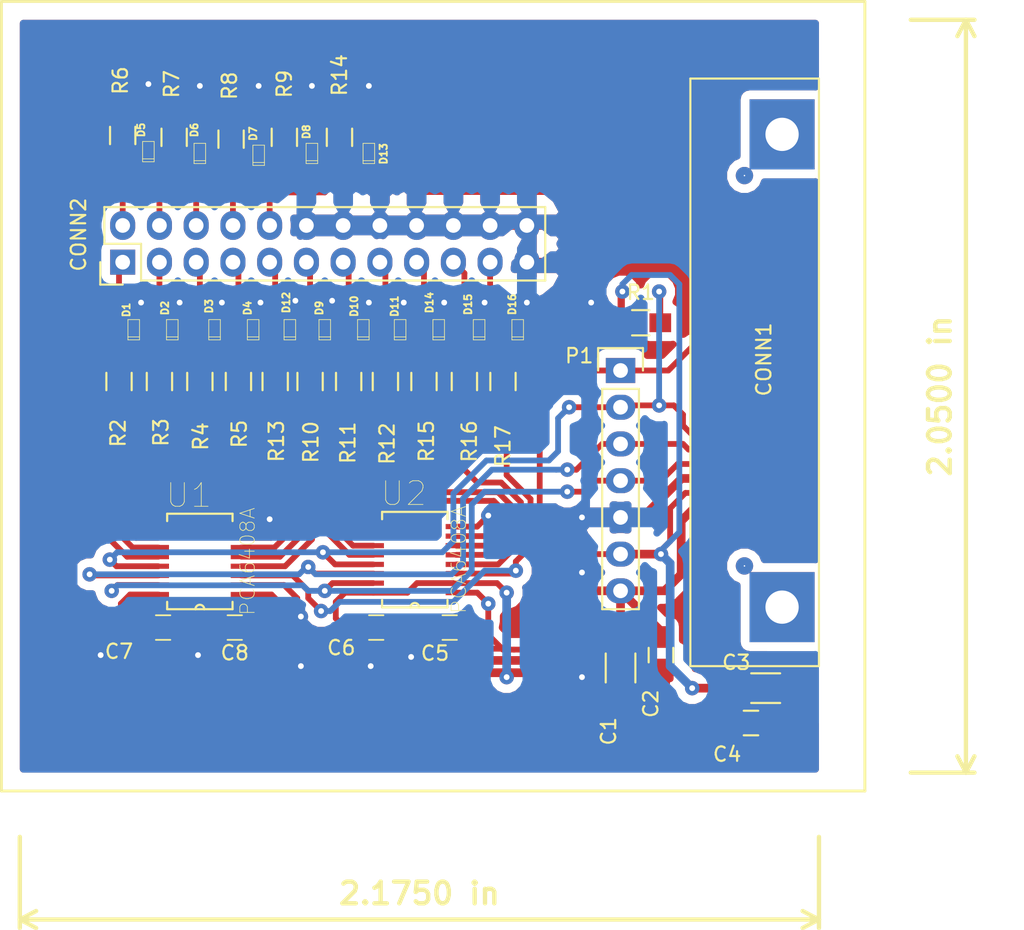
<source format=kicad_pcb>
(kicad_pcb (version 4) (host pcbnew 4.0.6)
  (layers (0 F.Cu signal) (31 B.Cu signal) (34 B.Paste user) (35 F.Paste user) (36 B.SilkS user) (37 F.SilkS user) (38 B.Mask user) (39 F.Mask user) (44 Edge.Cuts user))
  (net 0 "")
  (net 1 +5V)
  (net 2 GNDD)
  (net 3 +3V3)
  (net 4 /D0)
  (net 5 /D1)
  (net 6 /D2)
  (net 7 /D3)
  (net 8 /D4)
  (net 9 /D5)
  (net 10 /D6)
  (net 11 /D7)
  (net 12 /NRFD)
  (net 13 /NDAC)
  (net 14 /DAV)
  (net 15 /ATN)
  (net 16 /IFC)
  (net 17 /REN)
  (net 18 /SRQ)
  (net 19 /EOI)
  (net 20 //RESET)
  (net 21 //INT)
  (net 22 /SCL)
  (net 23 /SDA)
  (net 24 /PD0)
  (net 25 /PD1)
  (net 26 /PD2)
  (net 27 /PD3)
  (net 28 /PD4)
  (net 29 /PD5)
  (net 30 /PD6)
  (net 31 /PD7)
  (net 32 /PNRFD)
  (net 33 /PNDAC)
  (net 34 /PDAV)
  (net 35 /PATN)
  (net 36 /PIFC)
  (net 37 /PREN)
  (net 38 /PSRQ)
  (net 39 /PEOI)
  (module Capacitors_SMD:C_1206_HandSoldering (layer F.Cu) (at 172.339 117.221 270)
    (fp_text reference C1 (at 4.3815 0.8255 270) (layer F.SilkS))
    (fp_text value 1uF)
    (pad 1 smd rect (at -2 0 270) (size 2 1.6) (layers F.Cu F.Paste F.Mask) (net 1 +5V))
    (pad 2 smd rect (at 2 0 270) (size 2 1.6) (layers F.Cu F.Paste F.Mask) (net 2 GNDD))
  )
  (module Capacitors_SMD:C_0805_HandSoldering (layer F.Cu) (at 175.133 116.332 270)
    (fp_text reference C2 (at 3.3655 0.6985 270) (layer F.SilkS))
    (fp_text value 0.1uF)
    (pad 1 smd rect (at -1.25 0 270) (size 1.5 1.25) (layers F.Cu F.Paste F.Mask) (net 1 +5V))
    (pad 2 smd rect (at 1.25 0 270) (size 1.5 1.25) (layers F.Cu F.Paste F.Mask) (net 2 GNDD))
  )
  (module Capacitors_SMD:C_1206_HandSoldering (layer F.Cu) (at 182.372 118.618)
    (fp_text reference C3 (at -2.032 -1.778) (layer F.SilkS))
    (fp_text value 1uF)
    (pad 1 smd rect (at -2 0) (size 2 1.6) (layers F.Cu F.Paste F.Mask) (net 3 +3V3))
    (pad 2 smd rect (at 2 0) (size 2 1.6) (layers F.Cu F.Paste F.Mask) (net 2 GNDD))
  )
  (module Capacitors_SMD:C_0805_HandSoldering (layer F.Cu) (at 181.356 121.031)
    (fp_text reference C4 (at -1.651 2.159) (layer F.SilkS))
    (fp_text value 0.1uF)
    (pad 1 smd rect (at -1.25 0) (size 1.5 1.25) (layers F.Cu F.Paste F.Mask) (net 3 +3V3))
    (pad 2 smd rect (at 1.25 0) (size 1.5 1.25) (layers F.Cu F.Paste F.Mask) (net 2 GNDD))
  )
  (module Pin_Headers:Pin_Header_Straight_1x07 (layer F.Cu) (at 172.339 96.647)
    (fp_text reference P1 (at -2.8575 -1.016) (layer F.SilkS))
    (fp_text value CONN_01X07)
    (pad 1 thru_hole rect (at 0 0) (size 2.032 1.7272) (drill 1.016) (layers *.Cu *.Mask) (net 20 //RESET))
    (pad 2 thru_hole oval (at 0 2.54) (size 2.032 1.7272) (drill 1.016) (layers *.Cu *.Mask) (net 21 //INT))
    (pad 3 thru_hole oval (at 0 5.08) (size 2.032 1.7272) (drill 1.016) (layers *.Cu *.Mask) (net 22 /SCL))
    (pad 4 thru_hole oval (at 0 7.62) (size 2.032 1.7272) (drill 1.016) (layers *.Cu *.Mask) (net 23 /SDA))
    (pad 5 thru_hole oval (at 0 10.16) (size 2.032 1.7272) (drill 1.016) (layers *.Cu *.Mask) (net 2 GNDD))
    (pad 6 thru_hole oval (at 0 12.7) (size 2.032 1.7272) (drill 1.016) (layers *.Cu *.Mask) (net 3 +3V3))
    (pad 7 thru_hole oval (at 0 15.24) (size 2.032 1.7272) (drill 1.016) (layers *.Cu *.Mask) (net 1 +5V))
  )
  (module Resistors_SMD:R_0805_HandSoldering (layer F.Cu) (at 173.736 93.345)
    (fp_text reference R1 (at 0 -2.1) (layer F.SilkS))
    (fp_text value R)
    (pad 1 smd rect (at -1.35 0) (size 1.5 1.3) (layers F.Cu F.Paste F.Mask) (net 3 +3V3))
    (pad 2 smd rect (at 1.35 0) (size 1.5 1.3) (layers F.Cu F.Paste F.Mask) (net 21 //INT))
  )
  (module Resistors_SMD:R_0805_HandSoldering (layer F.Cu) (at 137.668 97.409 270)
    (fp_text reference R2 (at 3.57 0.06 270) (layer F.SilkS))
    (fp_text value RB)
    (pad 1 smd rect (at -1.35 0 270) (size 1.5 1.3) (layers F.Cu F.Paste F.Mask) (net 4 /D0))
    (pad 2 smd rect (at 1.35 0 270) (size 1.5 1.3) (layers F.Cu F.Paste F.Mask) (net 24 /PD0))
  )
  (module Resistors_SMD:R_0805_HandSoldering (layer F.Cu) (at 140.462 97.409 270)
    (fp_text reference R3 (at 3.52 -0.11 270) (layer F.SilkS))
    (fp_text value RB)
    (pad 1 smd rect (at -1.35 0 270) (size 1.5 1.3) (layers F.Cu F.Paste F.Mask) (net 5 /D1))
    (pad 2 smd rect (at 1.35 0 270) (size 1.5 1.3) (layers F.Cu F.Paste F.Mask) (net 25 /PD1))
  )
  (module Resistors_SMD:R_0805_HandSoldering (layer F.Cu) (at 143.256 97.409 270)
    (fp_text reference R4 (at 3.8 -0.06 270) (layer F.SilkS))
    (fp_text value RB)
    (pad 1 smd rect (at -1.35 0 270) (size 1.5 1.3) (layers F.Cu F.Paste F.Mask) (net 6 /D2))
    (pad 2 smd rect (at 1.35 0 270) (size 1.5 1.3) (layers F.Cu F.Paste F.Mask) (net 26 /PD2))
  )
  (module Resistors_SMD:R_0805_HandSoldering (layer F.Cu) (at 145.923 97.409 270)
    (fp_text reference R5 (at 3.63 -0.06 270) (layer F.SilkS))
    (fp_text value RB)
    (pad 1 smd rect (at -1.35 0 270) (size 1.5 1.3) (layers F.Cu F.Paste F.Mask) (net 7 /D3))
    (pad 2 smd rect (at 1.35 0 270) (size 1.5 1.3) (layers F.Cu F.Paste F.Mask) (net 27 /PD3))
  )
  (module Resistors_SMD:R_0805_HandSoldering (layer F.Cu) (at 137.922 80.391 90)
    (fp_text reference R6 (at 3.8 -0.16 90) (layer F.SilkS))
    (fp_text value RB)
    (pad 1 smd rect (at -1.35 0 90) (size 1.5 1.3) (layers F.Cu F.Paste F.Mask) (net 8 /D4))
    (pad 2 smd rect (at 1.35 0 90) (size 1.5 1.3) (layers F.Cu F.Paste F.Mask) (net 28 /PD4))
  )
  (module Resistors_SMD:R_0805_HandSoldering (layer F.Cu) (at 141.478 80.518 90)
    (fp_text reference R7 (at 3.68 -0.17 90) (layer F.SilkS))
    (fp_text value RB)
    (pad 1 smd rect (at -1.35 0 90) (size 1.5 1.3) (layers F.Cu F.Paste F.Mask) (net 9 /D5))
    (pad 2 smd rect (at 1.35 0 90) (size 1.5 1.3) (layers F.Cu F.Paste F.Mask) (net 29 /PD5))
  )
  (module Resistors_SMD:R_0805_HandSoldering (layer F.Cu) (at 145.415 80.645 90)
    (fp_text reference R8 (at 3.69 -0.11 90) (layer F.SilkS))
    (fp_text value RB)
    (pad 1 smd rect (at -1.35 0 90) (size 1.5 1.3) (layers F.Cu F.Paste F.Mask) (net 10 /D6))
    (pad 2 smd rect (at 1.35 0 90) (size 1.5 1.3) (layers F.Cu F.Paste F.Mask) (net 30 /PD6))
  )
  (module Resistors_SMD:R_0805_HandSoldering (layer F.Cu) (at 149.098 80.518 90)
    (fp_text reference R9 (at 3.69 0 90) (layer F.SilkS))
    (fp_text value RB)
    (pad 1 smd rect (at -1.35 0 90) (size 1.5 1.3) (layers F.Cu F.Paste F.Mask) (net 11 /D7))
    (pad 2 smd rect (at 1.35 0 90) (size 1.5 1.3) (layers F.Cu F.Paste F.Mask) (net 31 /PD7))
  )
  (module Resistors_SMD:R_0805_HandSoldering (layer F.Cu) (at 150.876 97.409 270)
    (fp_text reference R10 (at 4.19 -0.06 270) (layer F.SilkS))
    (fp_text value RB)
    (pad 1 smd rect (at -1.35 0 270) (size 1.5 1.3) (layers F.Cu F.Paste F.Mask) (net 14 /DAV))
    (pad 2 smd rect (at 1.35 0 270) (size 1.5 1.3) (layers F.Cu F.Paste F.Mask) (net 33 /PNDAC))
  )
  (module Resistors_SMD:R_0805_HandSoldering (layer F.Cu) (at 153.543 97.409 270)
    (fp_text reference R11 (at 4.24 0.05 270) (layer F.SilkS))
    (fp_text value RB)
    (pad 1 smd rect (at -1.35 0 270) (size 1.5 1.3) (layers F.Cu F.Paste F.Mask) (net 12 /NRFD))
    (pad 2 smd rect (at 1.35 0 270) (size 1.5 1.3) (layers F.Cu F.Paste F.Mask) (net 32 /PNRFD))
  )
  (module Resistors_SMD:R_0805_HandSoldering (layer F.Cu) (at 156.083 97.409 270)
    (fp_text reference R12 (at 4.3 -0.12 270) (layer F.SilkS))
    (fp_text value RB)
    (pad 1 smd rect (at -1.35 0 270) (size 1.5 1.3) (layers F.Cu F.Paste F.Mask) (net 13 /NDAC))
    (pad 2 smd rect (at 1.35 0 270) (size 1.5 1.3) (layers F.Cu F.Paste F.Mask) (net 34 /PDAV))
  )
  (module Resistors_SMD:R_0805_HandSoldering (layer F.Cu) (at 148.463 97.409 270)
    (fp_text reference R13 (at 4.13 -0.09 270) (layer F.SilkS))
    (fp_text value RB)
    (pad 1 smd rect (at -1.35 0 270) (size 1.5 1.3) (layers F.Cu F.Paste F.Mask) (net 19 /EOI))
    (pad 2 smd rect (at 1.35 0 270) (size 1.5 1.3) (layers F.Cu F.Paste F.Mask) (net 39 /PEOI))
  )
  (module Resistors_SMD:R_0805_HandSoldering (layer F.Cu) (at 152.908 80.518 90)
    (fp_text reference R14 (at 4.3 0 90) (layer F.SilkS))
    (fp_text value RB)
    (pad 1 smd rect (at -1.35 0 90) (size 1.5 1.3) (layers F.Cu F.Paste F.Mask) (net 17 /REN))
    (pad 2 smd rect (at 1.35 0 90) (size 1.5 1.3) (layers F.Cu F.Paste F.Mask) (net 37 /PREN))
  )
  (module Resistors_SMD:R_0805_HandSoldering (layer F.Cu) (at 158.75 97.409 270)
    (fp_text reference R15 (at 4.13 -0.17 270) (layer F.SilkS))
    (fp_text value RB)
    (pad 1 smd rect (at -1.35 0 270) (size 1.5 1.3) (layers F.Cu F.Paste F.Mask) (net 16 /IFC))
    (pad 2 smd rect (at 1.35 0 270) (size 1.5 1.3) (layers F.Cu F.Paste F.Mask) (net 36 /PIFC))
  )
  (module Resistors_SMD:R_0805_HandSoldering (layer F.Cu) (at 161.544 97.409 270)
    (fp_text reference R16 (at 4.14 -0.34 270) (layer F.SilkS))
    (fp_text value RB)
    (pad 1 smd rect (at -1.35 0 270) (size 1.5 1.3) (layers F.Cu F.Paste F.Mask) (net 18 /SRQ))
    (pad 2 smd rect (at 1.35 0 270) (size 1.5 1.3) (layers F.Cu F.Paste F.Mask) (net 38 /PSRQ))
  )
  (module Resistors_SMD:R_0805_HandSoldering (layer F.Cu) (at 164.211 97.409 270)
    (fp_text reference R17 (at 4.47 0 270) (layer F.SilkS))
    (fp_text value RB)
    (pad 1 smd rect (at -1.35 0 270) (size 1.5 1.3) (layers F.Cu F.Paste F.Mask) (net 15 /ATN))
    (pad 2 smd rect (at 1.35 0 270) (size 1.5 1.3) (layers F.Cu F.Paste F.Mask) (net 35 /PATN))
  )
  (module LibreriaKicad:PCA6408A-SOP16 (layer F.Cu) (at 143.256 109.855 180)
    (fp_text reference U1 (at 0.762 4.572 180) (layer F.SilkS) (effects (font (size 1.64212 1.64212) (thickness 0.05))))
    (fp_text value PCA6408A (at -3.302 0 270) (layer F.SilkS) (effects (font (thickness 0.05))))
    (pad 1 smd rect (at -2.8702 -2.286 180) (size 1.4732 0.3556) (layers F.Cu F.Paste F.Mask) (net 3 +3V3))
    (pad 2 smd rect (at -2.8702 -1.6256 180) (size 1.4732 0.3556) (layers F.Cu F.Paste F.Mask) (net 2 GNDD))
    (pad 3 smd rect (at -2.8702 -0.9652 180) (size 1.4732 0.3556) (layers F.Cu F.Paste F.Mask) (net 20 //RESET))
    (pad 4 smd rect (at -2.8702 -0.3302 180) (size 1.4732 0.3556) (layers F.Cu F.Paste F.Mask) (net 26 /PD2))
    (pad 5 smd rect (at -2.8702 0.3302 180) (size 1.4732 0.3556) (layers F.Cu F.Paste F.Mask) (net 25 /PD1))
    (pad 6 smd rect (at -2.8702 0.9652 180) (size 1.4732 0.3556) (layers F.Cu F.Paste F.Mask) (net 24 /PD0))
    (pad 7 smd rect (at -2.8702 1.6256 180) (size 1.4732 0.3556) (layers F.Cu F.Paste F.Mask) (net 28 /PD4))
    (pad 8 smd rect (at -2.8702 2.286 180) (size 1.4732 0.3556) (layers F.Cu F.Paste F.Mask) (net 2 GNDD))
    (pad 9 smd rect (at 2.8702 2.286 180) (size 1.4732 0.3556) (layers F.Cu F.Paste F.Mask) (net 29 /PD5))
    (pad 10 smd rect (at 2.8702 1.6256 180) (size 1.4732 0.3556) (layers F.Cu F.Paste F.Mask) (net 30 /PD6))
    (pad 11 smd rect (at 2.8702 0.9652 180) (size 1.4732 0.3556) (layers F.Cu F.Paste F.Mask) (net 31 /PD7))
    (pad 12 smd rect (at 2.8702 0.3302 180) (size 1.4732 0.3556) (layers F.Cu F.Paste F.Mask) (net 37 /PREN))
    (pad 13 smd rect (at 2.8702 -0.3302 180) (size 1.4732 0.3556) (layers F.Cu F.Paste F.Mask) (net 21 //INT))
    (pad 14 smd rect (at 2.8702 -0.9652 180) (size 1.4732 0.3556) (layers F.Cu F.Paste F.Mask) (net 22 /SCL))
    (pad 15 smd rect (at 2.8702 -1.6256 180) (size 1.4732 0.3556) (layers F.Cu F.Paste F.Mask) (net 23 /SDA))
    (pad 16 smd rect (at 2.8702 -2.286 180) (size 1.4732 0.3556) (layers F.Cu F.Paste F.Mask) (net 1 +5V))
  )
  (module LibreriaKicad:PCA6408A-SOP16 (layer F.Cu) (at 158.115 109.728 180)
    (fp_text reference U2 (at 0.762 4.572 180) (layer F.SilkS) (effects (font (size 1.64212 1.64212) (thickness 0.05))))
    (fp_text value PCA6408A (at -3.048 0 270) (layer F.SilkS) (effects (font (thickness 0.05))))
    (pad 1 smd rect (at -2.8702 -2.286 180) (size 1.4732 0.3556) (layers F.Cu F.Paste F.Mask) (net 3 +3V3))
    (pad 2 smd rect (at -2.8702 -1.6256 180) (size 1.4732 0.3556) (layers F.Cu F.Paste F.Mask) (net 1 +5V))
    (pad 3 smd rect (at -2.8702 -0.9652 180) (size 1.4732 0.3556) (layers F.Cu F.Paste F.Mask) (net 20 //RESET))
    (pad 4 smd rect (at -2.8702 -0.3302 180) (size 1.4732 0.3556) (layers F.Cu F.Paste F.Mask) (net 35 /PATN))
    (pad 5 smd rect (at -2.8702 0.3302 180) (size 1.4732 0.3556) (layers F.Cu F.Paste F.Mask) (net 38 /PSRQ))
    (pad 6 smd rect (at -2.8702 0.9652 180) (size 1.4732 0.3556) (layers F.Cu F.Paste F.Mask) (net 36 /PIFC))
    (pad 7 smd rect (at -2.8702 1.6256 180) (size 1.4732 0.3556) (layers F.Cu F.Paste F.Mask) (net 34 /PDAV))
    (pad 8 smd rect (at -2.8702 2.286 180) (size 1.4732 0.3556) (layers F.Cu F.Paste F.Mask) (net 2 GNDD))
    (pad 9 smd rect (at 2.8702 2.286 180) (size 1.4732 0.3556) (layers F.Cu F.Paste F.Mask) (net 32 /PNRFD))
    (pad 10 smd rect (at 2.8702 1.6256 180) (size 1.4732 0.3556) (layers F.Cu F.Paste F.Mask) (net 33 /PNDAC))
    (pad 11 smd rect (at 2.8702 0.9652 180) (size 1.4732 0.3556) (layers F.Cu F.Paste F.Mask) (net 39 /PEOI))
    (pad 12 smd rect (at 2.8702 0.3302 180) (size 1.4732 0.3556) (layers F.Cu F.Paste F.Mask) (net 27 /PD3))
    (pad 13 smd rect (at 2.8702 -0.3302 180) (size 1.4732 0.3556) (layers F.Cu F.Paste F.Mask) (net 21 //INT))
    (pad 14 smd rect (at 2.8702 -0.9652 180) (size 1.4732 0.3556) (layers F.Cu F.Paste F.Mask) (net 22 /SCL))
    (pad 15 smd rect (at 2.8702 -1.6256 180) (size 1.4732 0.3556) (layers F.Cu F.Paste F.Mask) (net 23 /SDA))
    (pad 16 smd rect (at 2.8702 -2.286 180) (size 1.4732 0.3556) (layers F.Cu F.Paste F.Mask) (net 1 +5V))
  )
  (module Capacitors_SMD:C_0805_HandSoldering (layer F.Cu) (at 155.448 114.427)
    (fp_text reference C5 (at 4.064 1.778) (layer F.SilkS))
    (fp_text value 0.1uF)
    (pad 1 smd rect (at -1.25 0) (size 1.5 1.25) (layers F.Cu F.Paste F.Mask) (net 1 +5V))
    (pad 2 smd rect (at 1.25 0) (size 1.5 1.25) (layers F.Cu F.Paste F.Mask) (net 2 GNDD))
  )
  (module Capacitors_SMD:C_0805_HandSoldering (layer F.Cu) (at 160.528 114.427 180)
    (fp_text reference C6 (at 7.493 -1.397 180) (layer F.SilkS))
    (fp_text value 0.1uF)
    (pad 1 smd rect (at -1.25 0 180) (size 1.5 1.25) (layers F.Cu F.Paste F.Mask) (net 3 +3V3))
    (pad 2 smd rect (at 1.25 0 180) (size 1.5 1.25) (layers F.Cu F.Paste F.Mask) (net 2 GNDD))
  )
  (module Capacitors_SMD:C_0805_HandSoldering (layer F.Cu) (at 140.716 114.427)
    (fp_text reference C7 (at -3.048 1.651) (layer F.SilkS))
    (fp_text value 0.1uF)
    (pad 1 smd rect (at -1.25 0) (size 1.5 1.25) (layers F.Cu F.Paste F.Mask) (net 1 +5V))
    (pad 2 smd rect (at 1.25 0) (size 1.5 1.25) (layers F.Cu F.Paste F.Mask) (net 2 GNDD))
  )
  (module Capacitors_SMD:C_0805_HandSoldering (layer F.Cu) (at 145.669 114.427 180)
    (fp_text reference C8 (at 0 -1.75 180) (layer F.SilkS))
    (fp_text value 0.1uF)
    (pad 1 smd rect (at -1.25 0 180) (size 1.5 1.25) (layers F.Cu F.Paste F.Mask) (net 3 +3V3))
    (pad 2 smd rect (at 1.25 0 180) (size 1.5 1.25) (layers F.Cu F.Paste F.Mask) (net 2 GNDD))
  )
  (module CenditFootprints:SLIMLINE_SATA_PLUG_7P_6P (layer F.Cu) (at 179.705 98.044 90)
    (fp_text reference CONN1 (at 2.159 2.54 90) (layer F.SilkS))
    (fp_text value I2C_BUS)
    (pad 14 smd rect (at 0 0 90) (size 2.4 1.5) (layers F.Cu F.Paste F.Mask))
    (pad 12 smd rect (at 9.49 0 90) (size 0.7 1.5) (layers F.Cu F.Paste F.Mask))
    (pad 11 smd rect (at 8.22 0 90) (size 0.7 1.5) (layers F.Cu F.Paste F.Mask))
    (pad 13 smd rect (at 10.76 0 90) (size 0.7 1.5) (layers F.Cu F.Paste F.Mask))
    (pad 10 smd rect (at 6.95 0 90) (size 0.7 1.5) (layers F.Cu F.Paste F.Mask))
    (pad 9 smd rect (at 5.68 0 90) (size 0.7 1.5) (layers F.Cu F.Paste F.Mask))
    (pad 8 smd rect (at 4.41 0 90) (size 0.7 1.5) (layers F.Cu F.Paste F.Mask))
    (pad 7 smd rect (at 3.14 0 90) (size 0.7 1.5) (layers F.Cu F.Paste F.Mask) (net 20 //RESET))
    (pad 6 smd rect (at -3.07 0 90) (size 0.7 1.5) (layers F.Cu F.Paste F.Mask) (net 21 //INT))
    (pad 5 smd rect (at -4.07 0 90) (size 0.7 1.5) (layers F.Cu F.Paste F.Mask) (net 22 /SCL))
    (pad 4 smd rect (at -5.07 0 90) (size 0.7 1.5) (layers F.Cu F.Paste F.Mask) (net 23 /SDA))
    (pad 3 smd rect (at -6.07 0 90) (size 0.7 1.5) (layers F.Cu F.Paste F.Mask) (net 2 GNDD))
    (pad 2 smd rect (at -7.07 0 90) (size 0.7 1.5) (layers F.Cu F.Paste F.Mask) (net 3 +3V3))
    (pad 1 smd rect (at -8.07 0 90) (size 0.7 1.5) (layers F.Cu F.Paste F.Mask) (net 1 +5V))
    (pad "" np_thru_hole circle (at 14.88 1.2 90) (size 1.2 1.2) (drill 0.1) (layers *.Cu *.Mask))
    (pad "" np_thru_hole circle (at -12.12 1.2 90) (size 1.2 1.2) (drill 0.1) (layers *.Cu *.Mask))
    (pad "" np_thru_hole rect (at 17.73 3.8 90) (size 4.85 4.5) (drill 2.3) (layers *.Cu *.Mask))
    (pad "" np_thru_hole rect (at -14.97 3.8 90) (size 4.85 4.5) (drill 2.3) (layers *.Cu *.Mask))
  )
  (module CenditFootprints:SPHV24-SOD882 (layer F.Cu) (at 138.684 93.726 270)
    (fp_text reference D1 (at -1.27 0.508 270) (layer F.SilkS) (effects (font (size 0.5 0.5) (thickness 0.125))))
    (fp_text value SPHV24)
    (pad 1 smd rect (at 0.325 0 270) (size 0.325 0.65) (layers F.Cu F.Paste F.Mask) (net 4 /D0))
    (pad 2 smd rect (at -0.325 0 270) (size 0.325 0.65) (layers F.Cu F.Paste F.Mask) (net 2 GNDD))
  )
  (module CenditFootprints:SPHV24-SOD882 (layer F.Cu) (at 146.939 93.726 270)
    (fp_text reference D4 (at -1.397 0.381 270) (layer F.SilkS) (effects (font (size 0.5 0.5) (thickness 0.125))))
    (fp_text value SPHV24)
    (pad 1 smd rect (at 0.325 0 270) (size 0.325 0.65) (layers F.Cu F.Paste F.Mask) (net 7 /D3))
    (pad 2 smd rect (at -0.325 0 270) (size 0.325 0.65) (layers F.Cu F.Paste F.Mask) (net 2 GNDD))
  )
  (module CenditFootprints:SPHV24-SOD882 (layer F.Cu) (at 141.351 93.726 270)
    (fp_text reference D2 (at -1.397 0.508 270) (layer F.SilkS) (effects (font (size 0.5 0.5) (thickness 0.125))))
    (fp_text value SPHV24)
    (pad 1 smd rect (at 0.325 0 270) (size 0.325 0.65) (layers F.Cu F.Paste F.Mask) (net 5 /D1))
    (pad 2 smd rect (at -0.325 0 270) (size 0.325 0.65) (layers F.Cu F.Paste F.Mask) (net 2 GNDD))
  )
  (module CenditFootprints:SPHV24-SOD882 (layer F.Cu) (at 144.272 93.726 270)
    (fp_text reference D3 (at -1.524 0.381 270) (layer F.SilkS) (effects (font (size 0.5 0.5) (thickness 0.125))))
    (fp_text value SPHV24)
    (pad 1 smd rect (at 0.325 0 270) (size 0.325 0.65) (layers F.Cu F.Paste F.Mask) (net 6 /D2))
    (pad 2 smd rect (at -0.325 0 270) (size 0.325 0.65) (layers F.Cu F.Paste F.Mask) (net 2 GNDD))
  )
  (module CenditFootprints:SPHV24-SOD882 (layer F.Cu) (at 139.7 81.407 270)
    (fp_text reference D5 (at -1.397 0.508 270) (layer F.SilkS) (effects (font (size 0.5 0.5) (thickness 0.125))))
    (fp_text value SPHV24)
    (pad 1 smd rect (at 0.325 0 270) (size 0.325 0.65) (layers F.Cu F.Paste F.Mask) (net 8 /D4))
    (pad 2 smd rect (at -0.325 0 270) (size 0.325 0.65) (layers F.Cu F.Paste F.Mask) (net 2 GNDD))
  )
  (module CenditFootprints:SPHV24-SOD882 (layer F.Cu) (at 143.256 81.534 270)
    (fp_text reference D6 (at -1.524 0.381 270) (layer F.SilkS) (effects (font (size 0.5 0.5) (thickness 0.125))))
    (fp_text value SPHV24)
    (pad 1 smd rect (at 0.325 0 270) (size 0.325 0.65) (layers F.Cu F.Paste F.Mask) (net 9 /D5))
    (pad 2 smd rect (at -0.325 0 270) (size 0.325 0.65) (layers F.Cu F.Paste F.Mask) (net 2 GNDD))
  )
  (module CenditFootprints:SPHV24-SOD882 (layer F.Cu) (at 147.32 81.661 270)
    (fp_text reference D7 (at -1.397 0.381 270) (layer F.SilkS) (effects (font (size 0.5 0.5) (thickness 0.125))))
    (fp_text value SPHV24)
    (pad 1 smd rect (at 0.325 0 270) (size 0.325 0.65) (layers F.Cu F.Paste F.Mask) (net 10 /D6))
    (pad 2 smd rect (at -0.325 0 270) (size 0.325 0.65) (layers F.Cu F.Paste F.Mask) (net 2 GNDD))
  )
  (module CenditFootprints:SPHV24-SOD882 (layer F.Cu) (at 151.003 81.534 270)
    (fp_text reference D8 (at -1.397 0.381 270) (layer F.SilkS) (effects (font (size 0.5 0.5) (thickness 0.125))))
    (fp_text value SPHV24)
    (pad 1 smd rect (at 0.325 0 270) (size 0.325 0.65) (layers F.Cu F.Paste F.Mask) (net 11 /D7))
    (pad 2 smd rect (at -0.325 0 270) (size 0.325 0.65) (layers F.Cu F.Paste F.Mask) (net 2 GNDD))
  )
  (module CenditFootprints:SPHV24-SOD882 (layer F.Cu) (at 151.892 93.726 270)
    (fp_text reference D9 (at -1.397 0.381 270) (layer F.SilkS) (effects (font (size 0.5 0.5) (thickness 0.125))))
    (fp_text value SPHV24)
    (pad 1 smd rect (at 0.325 0 270) (size 0.325 0.65) (layers F.Cu F.Paste F.Mask) (net 14 /DAV))
    (pad 2 smd rect (at -0.325 0 270) (size 0.325 0.65) (layers F.Cu F.Paste F.Mask) (net 2 GNDD))
  )
  (module CenditFootprints:SPHV24-SOD882 (layer F.Cu) (at 154.559 93.726 270)
    (fp_text reference D10 (at -1.524 0.635 270) (layer F.SilkS) (effects (font (size 0.5 0.5) (thickness 0.125))))
    (fp_text value SPHV24)
    (pad 1 smd rect (at 0.325 0 270) (size 0.325 0.65) (layers F.Cu F.Paste F.Mask) (net 12 /NRFD))
    (pad 2 smd rect (at -0.325 0 270) (size 0.325 0.65) (layers F.Cu F.Paste F.Mask) (net 2 GNDD))
  )
  (module CenditFootprints:SPHV24-SOD882 (layer F.Cu) (at 157.099 93.726 270)
    (fp_text reference D11 (at -1.524 0.381 270) (layer F.SilkS) (effects (font (size 0.5 0.5) (thickness 0.125))))
    (fp_text value SPHV24)
    (pad 1 smd rect (at 0.325 0 270) (size 0.325 0.65) (layers F.Cu F.Paste F.Mask) (net 13 /NDAC))
    (pad 2 smd rect (at -0.325 0 270) (size 0.325 0.65) (layers F.Cu F.Paste F.Mask) (net 2 GNDD))
  )
  (module CenditFootprints:SPHV24-SOD882 (layer F.Cu) (at 149.479 93.726 270)
    (fp_text reference D12 (at -1.778 0.254 270) (layer F.SilkS) (effects (font (size 0.5 0.5) (thickness 0.125))))
    (fp_text value SPHV24)
    (pad 1 smd rect (at 0.325 0 270) (size 0.325 0.65) (layers F.Cu F.Paste F.Mask) (net 19 /EOI))
    (pad 2 smd rect (at -0.325 0 270) (size 0.325 0.65) (layers F.Cu F.Paste F.Mask) (net 2 GNDD))
  )
  (module CenditFootprints:SPHV24-SOD882 (layer F.Cu) (at 154.94 81.534 270)
    (fp_text reference D13 (at 0.127 -1.016 270) (layer F.SilkS) (effects (font (size 0.5 0.5) (thickness 0.125))))
    (fp_text value SPHV24)
    (pad 1 smd rect (at 0.325 0 270) (size 0.325 0.65) (layers F.Cu F.Paste F.Mask) (net 17 /REN))
    (pad 2 smd rect (at -0.325 0 270) (size 0.325 0.65) (layers F.Cu F.Paste F.Mask) (net 2 GNDD))
  )
  (module CenditFootprints:SPHV24-SOD882 (layer F.Cu) (at 159.766 93.726 270)
    (fp_text reference D14 (at -1.778 0.635 270) (layer F.SilkS) (effects (font (size 0.5 0.5) (thickness 0.125))))
    (fp_text value SPHV24)
    (pad 1 smd rect (at 0.325 0 270) (size 0.325 0.65) (layers F.Cu F.Paste F.Mask) (net 16 /IFC))
    (pad 2 smd rect (at -0.325 0 270) (size 0.325 0.65) (layers F.Cu F.Paste F.Mask) (net 2 GNDD))
  )
  (module CenditFootprints:SPHV24-SOD882 (layer F.Cu) (at 162.56 93.726 270)
    (fp_text reference D15 (at -1.651 0.762 270) (layer F.SilkS) (effects (font (size 0.5 0.5) (thickness 0.125))))
    (fp_text value SPHV24)
    (pad 1 smd rect (at 0.325 0 270) (size 0.325 0.65) (layers F.Cu F.Paste F.Mask) (net 18 /SRQ))
    (pad 2 smd rect (at -0.325 0 270) (size 0.325 0.65) (layers F.Cu F.Paste F.Mask) (net 2 GNDD))
  )
  (module CenditFootprints:SPHV24-SOD882 (layer F.Cu) (at 165.227 93.726 270)
    (fp_text reference D16 (at -1.651 0.381 270) (layer F.SilkS) (effects (font (size 0.5 0.5) (thickness 0.125))))
    (fp_text value SPHV24)
    (pad 1 smd rect (at 0.325 0 270) (size 0.325 0.65) (layers F.Cu F.Paste F.Mask) (net 15 /ATN))
    (pad 2 smd rect (at -0.325 0 270) (size 0.325 0.65) (layers F.Cu F.Paste F.Mask) (net 2 GNDD))
  )
  (module CenditFootprints2:GPIB_HEADER_12X2P (layer F.Cu) (at 137.922 89.154 90)
    (fp_text reference CONN2 (at 1.905 -3.048 90) (layer F.SilkS))
    (fp_text value GPIB_CONN)
    (pad 1 thru_hole rect (at 0 0 90) (size 1.7272 1.7272) (drill 1.016) (layers *.Cu *.Mask) (net 4 /D0))
    (pad 2 thru_hole oval (at 2.54 0 90) (size 2 1.7272) (drill 1.016) (layers *.Cu *.Mask) (net 8 /D4))
    (pad 3 thru_hole oval (at 0 2.54 90) (size 2 1.7272) (drill 1.016) (layers *.Cu *.Mask) (net 5 /D1))
    (pad 4 thru_hole oval (at 2.54 2.54 90) (size 2 1.7272) (drill 1.016) (layers *.Cu *.Mask) (net 9 /D5))
    (pad 5 thru_hole oval (at 0 5.08 90) (size 2 1.7272) (drill 1.016) (layers *.Cu *.Mask) (net 6 /D2))
    (pad 6 thru_hole oval (at 2.54 5.08 90) (size 2 1.7272) (drill 1.016) (layers *.Cu *.Mask) (net 10 /D6))
    (pad 7 thru_hole oval (at 0 7.62 90) (size 2 1.7272) (drill 1.016) (layers *.Cu *.Mask) (net 7 /D3))
    (pad 8 thru_hole oval (at 2.54 7.62 90) (size 2 1.7272) (drill 1.016) (layers *.Cu *.Mask) (net 11 /D7))
    (pad 9 thru_hole oval (at 0 10.16 90) (size 2 1.7272) (drill 1.016) (layers *.Cu *.Mask) (net 19 /EOI))
    (pad 10 thru_hole oval (at 2.54 10.16 90) (size 2 1.7272) (drill 1.016) (layers *.Cu *.Mask) (net 17 /REN))
    (pad 11 thru_hole oval (at 0 12.7 90) (size 2 1.7272) (drill 1.016) (layers *.Cu *.Mask) (net 14 /DAV))
    (pad 12 thru_hole oval (at 2.54 12.7 90) (size 2 1.7272) (drill 1.016) (layers *.Cu *.Mask) (net 2 GNDD))
    (pad 13 thru_hole oval (at 0 15.24 90) (size 2 1.7272) (drill 1.016) (layers *.Cu *.Mask) (net 12 /NRFD))
    (pad 14 thru_hole oval (at 2.54 15.24 90) (size 2 1.7272) (drill 1.016) (layers *.Cu *.Mask) (net 2 GNDD))
    (pad 15 thru_hole oval (at 0 17.78 90) (size 2 1.7272) (drill 1.016) (layers *.Cu *.Mask) (net 13 /NDAC))
    (pad 16 thru_hole oval (at 2.54 17.78 90) (size 1.7272 1.7272) (drill 1.016) (layers *.Cu *.Mask) (net 2 GNDD))
    (pad 17 thru_hole oval (at 0 20.32 90) (size 2 1.7272) (drill 1.016) (layers *.Cu *.Mask) (net 16 /IFC))
    (pad 18 thru_hole oval (at 2.54 20.32 90) (size 2 1.7272) (drill 1.016) (layers *.Cu *.Mask) (net 2 GNDD))
    (pad 19 thru_hole oval (at 0 22.86 90) (size 2 1.7272) (drill 1.016) (layers *.Cu *.Mask) (net 18 /SRQ))
    (pad 20 thru_hole oval (at 2.54 22.86 90) (size 2 1.7272) (drill 1.016) (layers *.Cu *.Mask) (net 2 GNDD))
    (pad 21 thru_hole oval (at 0 25.4 90) (size 2 1.7272) (drill 1.016) (layers *.Cu *.Mask) (net 15 /ATN))
    (pad 22 thru_hole oval (at 2.54 25.4 90) (size 2 1.7272) (drill 1.016) (layers *.Cu *.Mask) (net 2 GNDD))
    (pad 23 thru_hole oval (at 0 27.94 90) (size 2 1.7272) (drill 1.016) (layers *.Cu *.Mask) (net 2 GNDD))
    (pad 24 thru_hole oval (at 2.54 27.94 90) (size 2 1.7272) (drill 1.016) (layers *.Cu *.Mask) (net 2 GNDD))
  )
  (dimension 55.245 (width 0.3) (layer F.SilkS) (gr_text 55,245mm (at 158.4325 135.97) (layer F.SilkS) (effects (font (size 1.5 1.5) (thickness 0.3)))) (feature1 (pts (xy 186.055 128.905) (xy 186.055 137.32))) (feature2 (pts (xy 130.81 128.905) (xy 130.81 137.32))) (crossbar (pts (xy 130.81 134.62) (xy 186.055 134.62))) (arrow1a (pts (xy 186.055 134.62) (xy 184.928496 135.206421))) (arrow1b (pts (xy 186.055 134.62) (xy 184.928496 134.033579))) (arrow2a (pts (xy 130.81 134.62) (xy 131.936504 135.206421))) (arrow2b (pts (xy 130.81 134.62) (xy 131.936504 134.033579))))
  (dimension 52.07 (width 0.3) (layer F.SilkS) (gr_text 52,070mm (at 197.565 98.425 270) (layer F.SilkS) (effects (font (size 1.5 1.5) (thickness 0.3)))) (feature1 (pts (xy 192.405 124.46) (xy 198.915 124.46))) (feature2 (pts (xy 192.405 72.39) (xy 198.915 72.39))) (crossbar (pts (xy 196.215 72.39) (xy 196.215 124.46))) (arrow1a (pts (xy 196.215 124.46) (xy 195.628579 123.333496))) (arrow1b (pts (xy 196.215 124.46) (xy 196.801421 123.333496))) (arrow2a (pts (xy 196.215 72.39) (xy 195.628579 73.516504))) (arrow2b (pts (xy 196.215 72.39) (xy 196.801421 73.516504))))
  (gr_line (start 129.54 125.73) (end 129.54 71.12) (angle 90) (layer F.SilkS) (width 0.2))
  (gr_line (start 189.23 125.73) (end 129.54 125.73) (angle 90) (layer F.SilkS) (width 0.2))
  (gr_line (start 189.23 71.12) (end 189.23 125.73) (angle 90) (layer F.SilkS) (width 0.2))
  (gr_line (start 129.54 71.12) (end 189.23 71.12) (angle 90) (layer F.SilkS) (width 0.2))
  (segment (start 175.133 115.082) (end 175.133 114.681) (width 0.6) (layer F.Cu) (net 1))
  (segment (start 175.133 114.681) (end 172.339 111.887) (width 0.6) (layer F.Cu) (net 1))
  (segment (start 172.339 115.221) (end 172.339 111.887) (width 0.6) (layer F.Cu) (net 1))
  (segment (start 172.847 111.887) (end 172.339 111.887) (width 0.6) (layer F.Cu) (net 1))
  (segment (start 172.339 111.887) (end 175.387 111.887) (width 0.6) (layer F.Cu) (net 1))
  (segment (start 177.477 106.114) (end 176.53 107.061) (width 0.6) (layer F.Cu) (net 1))
  (segment (start 176.53 107.061) (end 176.53 110.744) (width 0.6) (layer F.Cu) (net 1))
  (segment (start 176.53 110.744) (end 175.514 111.76) (width 0.6) (layer F.Cu) (net 1))
  (segment (start 177.477 106.114) (end 179.705 106.114) (width 0.6) (layer F.Cu) (net 1))
  (segment (start 175.387 111.887) (end 175.514 111.76) (width 0.6) (layer F.Cu) (net 1))
  (segment (start 155.2448 112.014) (end 157.607 112.014) (width 0.4) (layer F.Cu) (net 1))
  (segment (start 158.2674 111.3536) (end 160.9852 111.3536) (width 0.4) (layer F.Cu) (net 1))
  (segment (start 157.607 112.014) (end 158.2674 111.3536) (width 0.4) (layer F.Cu) (net 1))
  (segment (start 139.466 116.352) (end 139.466 114.427) (width 0.6) (layer F.Cu) (net 1))
  (segment (start 140.665004 117.551004) (end 139.466 116.352) (width 0.6) (layer F.Cu) (net 1))
  (segment (start 170.815 111.887) (end 170.434 111.887) (width 0.6) (layer F.Cu) (net 1))
  (segment (start 163.8046 111.3536) (end 164.465 112.014) (width 0.4) (layer F.Cu) (net 1))
  (segment (start 160.9852 111.3536) (end 163.8046 111.3536) (width 0.4) (layer F.Cu) (net 1))
  (via (at 164.465 112.014) (size 1) (drill 0.4) (layers F.Cu B.Cu) (net 1))
  (segment (start 170.815 111.887) (end 172.339 111.887) (width 0.6) (layer F.Cu) (net 1))
  (segment (start 170.434 111.887) (end 170.053 112.268) (width 0.6) (layer F.Cu) (net 1))
  (segment (start 154.198 114.427) (end 153.289 114.427) (width 0.4) (layer F.Cu) (net 1))
  (segment (start 153.289 112.014) (end 155.2448 112.014) (width 0.4) (layer F.Cu) (net 1))
  (segment (start 152.654 112.649) (end 153.289 112.014) (width 0.4) (layer F.Cu) (net 1))
  (segment (start 152.654 113.792) (end 152.654 112.649) (width 0.4) (layer F.Cu) (net 1))
  (segment (start 153.289 114.427) (end 152.654 113.792) (width 0.4) (layer F.Cu) (net 1))
  (segment (start 139.466 114.427) (end 138.303 114.427) (width 0.4) (layer F.Cu) (net 1))
  (segment (start 138.303 114.427) (end 137.795 113.919) (width 0.4) (layer F.Cu) (net 1))
  (segment (start 137.795 113.919) (end 137.795 112.776) (width 0.4) (layer F.Cu) (net 1))
  (segment (start 137.795 112.776) (end 138.43 112.141) (width 0.4) (layer F.Cu) (net 1))
  (segment (start 138.43 112.141) (end 140.3858 112.141) (width 0.4) (layer F.Cu) (net 1))
  (segment (start 147.650004 117.551004) (end 140.665004 117.551004) (width 0.6) (layer F.Cu) (net 1))
  (segment (start 164.465 117.805004) (end 164.211 117.551004) (width 0.6) (layer F.Cu) (net 1))
  (segment (start 164.211 117.551004) (end 160.689582 117.551004) (width 0.6) (layer F.Cu) (net 1))
  (segment (start 160.689582 117.551004) (end 158.987586 119.253) (width 0.6) (layer F.Cu) (net 1))
  (segment (start 158.987586 119.253) (end 156.868252 119.253) (width 0.6) (layer F.Cu) (net 1))
  (segment (start 156.868252 119.253) (end 155.852252 118.237) (width 0.6) (layer F.Cu) (net 1))
  (segment (start 155.852252 118.237) (end 154.609996 118.237) (width 0.6) (layer F.Cu) (net 1))
  (segment (start 154.609996 118.237) (end 153.974996 117.602) (width 0.6) (layer F.Cu) (net 1))
  (segment (start 153.974996 117.602) (end 151.257 117.602) (width 0.6) (layer F.Cu) (net 1))
  (segment (start 151.257 117.602) (end 150.622 118.237) (width 0.6) (layer F.Cu) (net 1))
  (segment (start 150.622 118.237) (end 149.86 118.237) (width 0.6) (layer F.Cu) (net 1))
  (segment (start 149.86 118.237) (end 149.174004 117.551004) (width 0.6) (layer F.Cu) (net 1))
  (segment (start 149.174004 117.551004) (end 147.650004 117.551004) (width 0.6) (layer F.Cu) (net 1))
  (segment (start 164.465 117.856) (end 164.465 117.805004) (width 0.6) (layer F.Cu) (net 1))
  (via (at 164.465 117.856) (size 1) (drill 0.4) (layers F.Cu B.Cu) (net 1))
  (segment (start 164.465 117.856) (end 164.465 112.014) (width 0.6) (layer B.Cu) (net 1))
  (segment (start 164.769996 117.551004) (end 164.465 117.856) (width 0.6) (layer F.Cu) (net 1))
  (segment (start 168.071996 117.551004) (end 164.769996 117.551004) (width 0.6) (layer F.Cu) (net 1))
  (segment (start 170.053 115.57) (end 168.071996 117.551004) (width 0.6) (layer F.Cu) (net 1))
  (segment (start 170.053 112.268) (end 170.053 115.57) (width 0.6) (layer F.Cu) (net 1))
  (segment (start 172.339 119.221) (end 172.339 119.38) (width 0.6) (layer F.Cu) (net 2))
  (segment (start 172.339 119.38) (end 174.117 121.158) (width 0.6) (layer F.Cu) (net 2))
  (segment (start 184.372 121.698) (end 184.372 120.555) (width 0.6) (layer F.Cu) (net 2))
  (segment (start 183.515 122.555) (end 184.372 121.698) (width 0.6) (layer F.Cu) (net 2))
  (segment (start 178.308 122.555) (end 183.515 122.555) (width 0.6) (layer F.Cu) (net 2))
  (segment (start 176.911 121.158) (end 178.308 122.555) (width 0.6) (layer F.Cu) (net 2))
  (segment (start 174.117 121.158) (end 176.911 121.158) (width 0.6) (layer F.Cu) (net 2))
  (segment (start 184.372 118.618) (end 184.372 120.555) (width 0.6) (layer F.Cu) (net 2))
  (segment (start 183.896 121.031) (end 182.606 121.031) (width 0.6) (layer F.Cu) (net 2))
  (segment (start 184.372 120.555) (end 183.896 121.031) (width 0.6) (layer F.Cu) (net 2))
  (segment (start 134.493 114.427) (end 136.398 116.332) (width 0.6) (layer B.Cu) (net 2))
  (segment (start 147.447 107.569) (end 136.271 107.569) (width 0.6) (layer B.Cu) (net 2))
  (segment (start 136.271 107.569) (end 134.493 109.347) (width 0.6) (layer B.Cu) (net 2))
  (segment (start 134.493 109.347) (end 134.493 114.427) (width 0.6) (layer B.Cu) (net 2))
  (segment (start 143.129 116.332) (end 136.398 116.332) (width 0.6) (layer B.Cu) (net 2))
  (via (at 143.129 116.332) (size 1) (drill 0.4) (layers F.Cu B.Cu) (net 2))
  (segment (start 147.447 107.569) (end 148.082 106.934) (width 0.6) (layer B.Cu) (net 2))
  (via (at 136.398 116.332) (size 1) (drill 0.4) (layers F.Cu B.Cu) (net 2))
  (segment (start 169.672 110.617) (end 169.672 117.856) (width 0.6) (layer B.Cu) (net 2))
  (segment (start 170.18 119.507) (end 172.053 119.507) (width 0.6) (layer F.Cu) (net 2))
  (segment (start 169.672 118.999) (end 170.18 119.507) (width 0.6) (layer F.Cu) (net 2))
  (segment (start 169.672 117.856) (end 169.672 118.999) (width 0.6) (layer F.Cu) (net 2))
  (via (at 169.672 117.856) (size 1) (drill 0.4) (layers F.Cu B.Cu) (net 2))
  (segment (start 172.053 119.507) (end 172.339 119.221) (width 0.6) (layer F.Cu) (net 2))
  (segment (start 172.339 119.221) (end 174.403 119.221) (width 0.6) (layer F.Cu) (net 2))
  (segment (start 175.133 118.491) (end 175.133 117.582) (width 0.6) (layer F.Cu) (net 2))
  (segment (start 174.403 119.221) (end 175.133 118.491) (width 0.6) (layer F.Cu) (net 2))
  (segment (start 169.926 98.552) (end 169.926 98.425) (width 0.6) (layer B.Cu) (net 2))
  (segment (start 169.926 98.425) (end 169.545 98.044) (width 0.6) (layer B.Cu) (net 2))
  (segment (start 169.545 98.044) (end 168.275 98.044) (width 0.6) (layer B.Cu) (net 2))
  (segment (start 168.275 98.044) (end 167.132 99.187) (width 0.6) (layer B.Cu) (net 2))
  (segment (start 167.132 99.187) (end 167.132 101.6) (width 0.6) (layer B.Cu) (net 2))
  (segment (start 167.132 101.6) (end 166.624 102.108) (width 0.6) (layer B.Cu) (net 2))
  (segment (start 166.624 102.108) (end 162.687 102.108) (width 0.6) (layer B.Cu) (net 2))
  (segment (start 162.687 102.108) (end 160.02 104.775) (width 0.6) (layer B.Cu) (net 2))
  (segment (start 160.02 104.775) (end 160.02 106.426) (width 0.6) (layer B.Cu) (net 2))
  (segment (start 160.02 106.426) (end 158.877 107.569) (width 0.6) (layer B.Cu) (net 2))
  (segment (start 158.877 107.569) (end 148.717 107.569) (width 0.6) (layer B.Cu) (net 2))
  (segment (start 148.717 107.569) (end 148.082 106.934) (width 0.6) (layer B.Cu) (net 2))
  (segment (start 147.447 107.569) (end 148.082 106.934) (width 0.4) (layer F.Cu) (net 2))
  (segment (start 147.447 107.569) (end 146.1262 107.569) (width 0.4) (layer F.Cu) (net 2))
  (via (at 148.082 106.934) (size 1) (drill 0.4) (layers F.Cu B.Cu) (net 2))
  (segment (start 172.339 106.807) (end 173.863 106.807) (width 0.6) (layer F.Cu) (net 2))
  (segment (start 176.556 104.114) (end 173.99 106.68) (width 0.6) (layer F.Cu) (net 2))
  (segment (start 176.556 104.114) (end 179.705 104.114) (width 0.6) (layer F.Cu) (net 2))
  (segment (start 173.863 106.807) (end 173.99 106.68) (width 0.6) (layer F.Cu) (net 2))
  (segment (start 169.926 100.838) (end 169.926 98.552) (width 0.6) (layer B.Cu) (net 2))
  (segment (start 169.926 98.552) (end 169.926 92.329) (width 0.6) (layer B.Cu) (net 2))
  (segment (start 169.926 92.329) (end 170.307 91.948) (width 0.6) (layer B.Cu) (net 2))
  (segment (start 169.672 106.807) (end 169.672 106.68) (width 0.6) (layer B.Cu) (net 2))
  (segment (start 170.307 92.075) (end 170.307 91.948) (width 0.6) (layer B.Cu) (net 2))
  (segment (start 169.926 106.426) (end 169.926 100.838) (width 0.6) (layer B.Cu) (net 2))
  (segment (start 169.926 100.838) (end 169.926 101.092) (width 0.6) (layer B.Cu) (net 2))
  (segment (start 169.672 106.68) (end 169.926 106.426) (width 0.6) (layer B.Cu) (net 2))
  (segment (start 141.859 91.948) (end 139.192 91.948) (width 0.6) (layer B.Cu) (net 2))
  (segment (start 138.684 92.456) (end 139.192 91.948) (width 0.4) (layer F.Cu) (net 2))
  (via (at 139.192 91.948) (size 1) (drill 0.4) (layers F.Cu B.Cu) (net 2))
  (segment (start 138.684 92.456) (end 138.684 93.401) (width 0.4) (layer F.Cu) (net 2))
  (segment (start 144.78 91.948) (end 141.859 91.948) (width 0.6) (layer B.Cu) (net 2))
  (segment (start 141.351 92.456) (end 141.859 91.948) (width 0.4) (layer F.Cu) (net 2))
  (via (at 141.859 91.948) (size 1) (drill 0.4) (layers F.Cu B.Cu) (net 2))
  (segment (start 141.351 92.456) (end 141.351 93.401) (width 0.4) (layer F.Cu) (net 2))
  (segment (start 147.447 91.948) (end 144.78 91.948) (width 0.6) (layer B.Cu) (net 2))
  (segment (start 144.272 92.456) (end 144.78 91.948) (width 0.4) (layer F.Cu) (net 2))
  (via (at 144.78 91.948) (size 1) (drill 0.4) (layers F.Cu B.Cu) (net 2))
  (segment (start 144.272 92.456) (end 144.272 93.401) (width 0.4) (layer F.Cu) (net 2))
  (segment (start 149.86 91.821) (end 147.574 91.821) (width 0.6) (layer B.Cu) (net 2))
  (segment (start 146.939 92.456) (end 147.447 91.948) (width 0.4) (layer F.Cu) (net 2))
  (via (at 147.447 91.948) (size 1) (drill 0.4) (layers F.Cu B.Cu) (net 2))
  (segment (start 146.939 92.456) (end 146.939 93.401) (width 0.4) (layer F.Cu) (net 2))
  (segment (start 147.574 91.821) (end 147.447 91.948) (width 0.6) (layer B.Cu) (net 2))
  (segment (start 152.4 91.821) (end 149.86 91.821) (width 0.6) (layer B.Cu) (net 2))
  (segment (start 149.479 92.202) (end 149.86 91.821) (width 0.4) (layer F.Cu) (net 2))
  (via (at 149.86 91.821) (size 1) (drill 0.4) (layers F.Cu B.Cu) (net 2))
  (segment (start 149.479 92.202) (end 149.479 93.401) (width 0.4) (layer F.Cu) (net 2))
  (segment (start 154.94 91.948) (end 152.527 91.948) (width 0.6) (layer B.Cu) (net 2))
  (segment (start 151.892 92.329) (end 152.4 91.821) (width 0.4) (layer F.Cu) (net 2))
  (via (at 152.4 91.821) (size 1) (drill 0.4) (layers F.Cu B.Cu) (net 2))
  (segment (start 151.892 92.329) (end 151.892 93.401) (width 0.4) (layer F.Cu) (net 2))
  (segment (start 152.527 91.948) (end 152.4 91.821) (width 0.6) (layer B.Cu) (net 2))
  (segment (start 157.353 91.948) (end 154.94 91.948) (width 0.6) (layer B.Cu) (net 2))
  (segment (start 154.559 92.329) (end 154.94 91.948) (width 0.4) (layer F.Cu) (net 2))
  (via (at 154.94 91.948) (size 1) (drill 0.4) (layers F.Cu B.Cu) (net 2))
  (segment (start 154.559 92.329) (end 154.559 93.401) (width 0.4) (layer F.Cu) (net 2))
  (segment (start 160.147 91.948) (end 157.353 91.948) (width 0.6) (layer B.Cu) (net 2))
  (segment (start 157.099 92.202) (end 157.353 91.948) (width 0.4) (layer F.Cu) (net 2))
  (via (at 157.353 91.948) (size 1) (drill 0.4) (layers F.Cu B.Cu) (net 2))
  (segment (start 157.099 92.202) (end 157.099 93.401) (width 0.4) (layer F.Cu) (net 2))
  (segment (start 162.941 91.948) (end 160.147 91.948) (width 0.6) (layer B.Cu) (net 2))
  (segment (start 159.766 92.329) (end 160.147 91.948) (width 0.4) (layer F.Cu) (net 2))
  (via (at 160.147 91.948) (size 1) (drill 0.4) (layers F.Cu B.Cu) (net 2))
  (segment (start 159.766 92.329) (end 159.766 93.401) (width 0.4) (layer F.Cu) (net 2))
  (segment (start 165.862 91.948) (end 162.941 91.948) (width 0.6) (layer B.Cu) (net 2))
  (segment (start 162.56 92.329) (end 162.941 91.948) (width 0.4) (layer F.Cu) (net 2))
  (via (at 162.941 91.948) (size 1) (drill 0.4) (layers F.Cu B.Cu) (net 2))
  (segment (start 162.56 92.329) (end 162.56 93.401) (width 0.4) (layer F.Cu) (net 2))
  (segment (start 170.307 91.948) (end 165.862 91.948) (width 0.6) (layer B.Cu) (net 2))
  (segment (start 165.227 92.583) (end 165.862 91.948) (width 0.4) (layer F.Cu) (net 2))
  (via (at 165.862 91.948) (size 1) (drill 0.4) (layers F.Cu B.Cu) (net 2))
  (segment (start 165.227 92.583) (end 165.227 93.401) (width 0.4) (layer F.Cu) (net 2))
  (segment (start 151.003 76.962) (end 154.94 76.962) (width 0.6) (layer B.Cu) (net 2))
  (via (at 154.94 76.962) (size 1) (drill 0.4) (layers F.Cu B.Cu) (net 2))
  (segment (start 147.32 76.962) (end 151.003 76.962) (width 0.6) (layer B.Cu) (net 2))
  (via (at 151.003 76.962) (size 1) (drill 0.4) (layers F.Cu B.Cu) (net 2))
  (segment (start 151.003 76.962) (end 151.003 81.209) (width 0.4) (layer F.Cu) (net 2))
  (segment (start 143.256 76.962) (end 147.32 76.962) (width 0.6) (layer B.Cu) (net 2))
  (via (at 147.32 76.962) (size 1) (drill 0.4) (layers F.Cu B.Cu) (net 2))
  (segment (start 147.32 76.962) (end 147.32 81.336) (width 0.4) (layer F.Cu) (net 2))
  (segment (start 139.7 76.835) (end 143.129 76.835) (width 0.6) (layer B.Cu) (net 2))
  (via (at 143.256 76.962) (size 1) (drill 0.4) (layers F.Cu B.Cu) (net 2))
  (segment (start 143.256 81.209) (end 143.256 76.962) (width 0.4) (layer F.Cu) (net 2))
  (via (at 139.7 76.835) (size 1) (drill 0.4) (layers F.Cu B.Cu) (net 2))
  (segment (start 139.7 76.835) (end 139.7 81.082) (width 0.4) (layer F.Cu) (net 2))
  (segment (start 143.129 76.835) (end 143.256 76.962) (width 0.6) (layer B.Cu) (net 2))
  (segment (start 170.2435 87.8205) (end 170.2435 85.7885) (width 0.6) (layer F.Cu) (net 2))
  (segment (start 170.2435 85.7885) (end 168.656 84.201) (width 0.6) (layer F.Cu) (net 2))
  (segment (start 168.656 84.201) (end 158.115 84.201) (width 0.6) (layer F.Cu) (net 2))
  (segment (start 158.115 84.201) (end 156.337 82.423) (width 0.6) (layer F.Cu) (net 2))
  (segment (start 156.337 82.423) (end 156.337 78.359) (width 0.6) (layer F.Cu) (net 2))
  (segment (start 156.337 78.359) (end 154.94 76.962) (width 0.6) (layer F.Cu) (net 2))
  (segment (start 154.94 76.962) (end 154.94 81.209) (width 0.4) (layer F.Cu) (net 2))
  (segment (start 163.322 86.614) (end 165.862 86.614) (width 0.6) (layer F.Cu) (net 2))
  (segment (start 160.782 86.614) (end 163.322 86.614) (width 0.6) (layer F.Cu) (net 2))
  (segment (start 158.242 86.614) (end 160.782 86.614) (width 0.6) (layer F.Cu) (net 2))
  (segment (start 155.702 86.614) (end 158.242 86.614) (width 0.6) (layer F.Cu) (net 2))
  (segment (start 153.162 86.614) (end 155.702 86.614) (width 0.6) (layer F.Cu) (net 2))
  (segment (start 150.622 86.614) (end 153.162 86.614) (width 0.6) (layer F.Cu) (net 2))
  (segment (start 170.2435 90.2335) (end 170.2435 87.8205) (width 0.6) (layer F.Cu) (net 2))
  (segment (start 170.2435 87.8205) (end 169.037 86.614) (width 0.6) (layer F.Cu) (net 2))
  (segment (start 169.037 86.614) (end 165.862 86.614) (width 0.6) (layer F.Cu) (net 2))
  (segment (start 169.164 89.154) (end 165.862 89.154) (width 0.6) (layer F.Cu) (net 2))
  (segment (start 170.307 90.297) (end 170.2435 90.2335) (width 0.6) (layer F.Cu) (net 2))
  (segment (start 170.307 91.948) (end 170.307 90.297) (width 0.6) (layer F.Cu) (net 2))
  (via (at 170.307 91.948) (size 1) (drill 0.4) (layers F.Cu B.Cu) (net 2))
  (segment (start 170.2435 90.2335) (end 169.164 89.154) (width 0.6) (layer F.Cu) (net 2))
  (segment (start 169.164 111.379) (end 169.164 111.125) (width 0.6) (layer F.Cu) (net 2))
  (segment (start 155.911336 117.094) (end 157.169338 118.352002) (width 0.6) (layer F.Cu) (net 2))
  (segment (start 157.169338 118.352002) (end 158.6865 118.352002) (width 0.6) (layer F.Cu) (net 2))
  (segment (start 158.6865 118.352002) (end 160.3375 116.701002) (width 0.6) (layer F.Cu) (net 2))
  (segment (start 160.3375 116.701002) (end 167.696662 116.701002) (width 0.6) (layer F.Cu) (net 2))
  (segment (start 167.696662 116.701002) (end 169.164 115.233664) (width 0.6) (layer F.Cu) (net 2))
  (segment (start 169.164 115.233664) (end 169.164 111.379) (width 0.6) (layer F.Cu) (net 2))
  (segment (start 155.067 117.094) (end 155.911336 117.094) (width 0.6) (layer F.Cu) (net 2))
  (segment (start 169.672 110.617) (end 169.672 106.807) (width 0.6) (layer B.Cu) (net 2))
  (via (at 169.672 110.617) (size 1) (drill 0.4) (layers F.Cu B.Cu) (net 2))
  (segment (start 169.164 111.125) (end 169.672 110.617) (width 0.6) (layer F.Cu) (net 2))
  (segment (start 150.241 117.094) (end 150.356002 117.094) (width 0.6) (layer F.Cu) (net 2))
  (segment (start 154.674002 116.701002) (end 155.067 117.094) (width 0.6) (layer F.Cu) (net 2))
  (segment (start 150.749 116.701002) (end 154.674002 116.701002) (width 0.6) (layer F.Cu) (net 2))
  (segment (start 150.356002 117.094) (end 150.749 116.701002) (width 0.6) (layer F.Cu) (net 2))
  (segment (start 147.574 116.332) (end 147.763336 116.332) (width 0.6) (layer F.Cu) (net 2))
  (segment (start 147.763336 116.332) (end 148.132338 116.701002) (width 0.6) (layer F.Cu) (net 2))
  (segment (start 148.132338 116.701002) (end 149.848002 116.701002) (width 0.6) (layer F.Cu) (net 2))
  (segment (start 149.848002 116.701002) (end 150.241 117.094) (width 0.6) (layer F.Cu) (net 2))
  (segment (start 143.129 116.332) (end 147.574 116.332) (width 0.6) (layer F.Cu) (net 2))
  (segment (start 146.1262 111.4806) (end 149.0726 111.4806) (width 0.4) (layer F.Cu) (net 2))
  (via (at 150.241 117.094) (size 1) (drill 0.4) (layers F.Cu B.Cu) (net 2))
  (segment (start 150.241 113.665) (end 150.241 117.094) (width 0.4) (layer B.Cu) (net 2))
  (via (at 150.241 113.665) (size 1) (drill 0.4) (layers F.Cu B.Cu) (net 2))
  (segment (start 149.987 113.411) (end 150.241 113.665) (width 0.4) (layer F.Cu) (net 2))
  (segment (start 149.987 112.395) (end 149.987 113.411) (width 0.4) (layer F.Cu) (net 2))
  (segment (start 149.0726 111.4806) (end 149.987 112.395) (width 0.4) (layer F.Cu) (net 2))
  (segment (start 143.129 116.332) (end 143.129 114.427) (width 0.4) (layer F.Cu) (net 2))
  (segment (start 169.672 106.807) (end 163.322 106.807) (width 0.6) (layer B.Cu) (net 2))
  (segment (start 162.433 107.442) (end 163.195 106.68) (width 0.4) (layer F.Cu) (net 2))
  (via (at 163.195 106.68) (size 1) (drill 0.4) (layers F.Cu B.Cu) (net 2))
  (segment (start 160.9852 107.442) (end 162.433 107.442) (width 0.4) (layer F.Cu) (net 2))
  (segment (start 163.322 106.807) (end 163.195 106.68) (width 0.6) (layer B.Cu) (net 2))
  (via (at 169.672 106.807) (size 1) (drill 0.4) (layers F.Cu B.Cu) (net 2))
  (segment (start 169.672 106.807) (end 172.339 106.807) (width 0.6) (layer F.Cu) (net 2))
  (segment (start 155.067 117.094) (end 154.924998 117.094) (width 0.4) (layer F.Cu) (net 2))
  (segment (start 155.702 116.459) (end 155.067 117.094) (width 0.4) (layer B.Cu) (net 2))
  (segment (start 157.861 116.459) (end 155.702 116.459) (width 0.4) (layer B.Cu) (net 2))
  (segment (start 157.861 116.205) (end 157.861 116.459) (width 0.4) (layer F.Cu) (net 2))
  (via (at 157.861 116.459) (size 1) (drill 0.4) (layers F.Cu B.Cu) (net 2))
  (segment (start 157.861 114.427) (end 157.861 116.205) (width 0.4) (layer F.Cu) (net 2))
  (via (at 155.067 117.094) (size 1) (drill 0.4) (layers F.Cu B.Cu) (net 2))
  (segment (start 156.698 114.427) (end 157.861 114.427) (width 0.4) (layer F.Cu) (net 2))
  (segment (start 157.861 114.427) (end 159.278 114.427) (width 0.4) (layer F.Cu) (net 2))
  (segment (start 141.966 114.427) (end 142.875 114.427) (width 0.4) (layer F.Cu) (net 2))
  (segment (start 142.875 114.427) (end 142.748 114.427) (width 0.4) (layer F.Cu) (net 2))
  (segment (start 142.748 114.427) (end 143.129 114.427) (width 0.4) (layer F.Cu) (net 2))
  (segment (start 143.129 114.427) (end 144.419 114.427) (width 0.4) (layer F.Cu) (net 2))
  (segment (start 175.133 109.347) (end 175.133 109.093) (width 0.5) (layer B.Cu) (net 3))
  (segment (start 175.133 109.093) (end 176.403 107.823) (width 0.4) (layer B.Cu) (net 3))
  (segment (start 172.386 91.266) (end 172.466 91.186) (width 0.5) (layer F.Cu) (net 3))
  (via (at 172.466 91.186) (size 1) (drill 0.4) (layers F.Cu B.Cu) (net 3))
  (segment (start 172.386 93.345) (end 172.386 91.266) (width 0.5) (layer F.Cu) (net 3))
  (segment (start 172.466 90.678) (end 172.466 91.186) (width 0.4) (layer B.Cu) (net 3))
  (segment (start 173.101 90.043) (end 172.466 90.678) (width 0.4) (layer B.Cu) (net 3))
  (segment (start 175.768 90.043) (end 173.101 90.043) (width 0.4) (layer B.Cu) (net 3))
  (segment (start 176.403 90.678) (end 175.768 90.043) (width 0.4) (layer B.Cu) (net 3))
  (segment (start 176.403 107.823) (end 176.403 90.678) (width 0.4) (layer B.Cu) (net 3))
  (segment (start 180.372 118.618) (end 180.372 120.765) (width 0.6) (layer F.Cu) (net 3))
  (segment (start 180.372 120.765) (end 180.106 121.031) (width 0.4) (layer F.Cu) (net 3))
  (segment (start 175.133 109.347) (end 175.768 109.982) (width 0.6) (layer B.Cu) (net 3))
  (segment (start 177.292 118.618) (end 180.372 118.618) (width 0.6) (layer F.Cu) (net 3))
  (via (at 177.292 118.618) (size 1) (drill 0.4) (layers F.Cu B.Cu) (net 3))
  (segment (start 175.768 117.094) (end 177.292 118.618) (width 0.6) (layer B.Cu) (net 3))
  (segment (start 175.768 109.982) (end 175.768 117.094) (width 0.6) (layer B.Cu) (net 3))
  (segment (start 175.768 108.458) (end 175.768 106.172) (width 0.4) (layer F.Cu) (net 3))
  (segment (start 176.826 105.114) (end 179.705 105.114) (width 0.4) (layer F.Cu) (net 3))
  (segment (start 176.826 105.114) (end 175.768 106.172) (width 0.4) (layer F.Cu) (net 3))
  (segment (start 175.133 109.093) (end 175.768 108.458) (width 0.4) (layer F.Cu) (net 3))
  (segment (start 172.339 109.347) (end 175.133 109.347) (width 0.6) (layer F.Cu) (net 3))
  (segment (start 175.133 109.347) (end 175.26 109.22) (width 0.4) (layer B.Cu) (net 3))
  (via (at 175.133 109.347) (size 1) (drill 0.4) (layers F.Cu B.Cu) (net 3))
  (segment (start 172.339 109.347) (end 169.418 109.347) (width 0.4) (layer F.Cu) (net 3))
  (segment (start 168.402 114.935) (end 167.386 115.951) (width 0.4) (layer F.Cu) (net 3))
  (segment (start 164.211 115.951) (end 164.1475 115.8875) (width 0.4) (layer F.Cu) (net 3))
  (segment (start 164.211 115.951) (end 164.973 115.951) (width 0.4) (layer F.Cu) (net 3))
  (segment (start 167.386 115.951) (end 164.973 115.951) (width 0.4) (layer F.Cu) (net 3))
  (segment (start 168.402 110.363) (end 168.402 114.935) (width 0.4) (layer F.Cu) (net 3))
  (segment (start 169.418 109.347) (end 168.402 110.363) (width 0.4) (layer F.Cu) (net 3))
  (segment (start 164.1475 115.8875) (end 160.0835 115.8875) (width 0.4) (layer F.Cu) (net 3))
  (segment (start 160.0835 115.8875) (end 158.369 117.602) (width 0.4) (layer F.Cu) (net 3))
  (segment (start 158.369 117.602) (end 157.48 117.602) (width 0.4) (layer F.Cu) (net 3))
  (segment (start 157.48 117.602) (end 155.829 115.951) (width 0.4) (layer F.Cu) (net 3))
  (segment (start 155.829 115.951) (end 149.987 115.951) (width 0.4) (layer F.Cu) (net 3))
  (segment (start 149.987 115.951) (end 148.443 115.951) (width 0.4) (layer F.Cu) (net 3))
  (segment (start 148.443 115.951) (end 146.919 114.427) (width 0.4) (layer F.Cu) (net 3))
  (segment (start 148.844 112.776) (end 148.844 113.792) (width 0.4) (layer F.Cu) (net 3))
  (segment (start 148.209 112.141) (end 148.844 112.776) (width 0.4) (layer F.Cu) (net 3))
  (segment (start 146.1262 112.141) (end 148.209 112.141) (width 0.4) (layer F.Cu) (net 3))
  (segment (start 148.209 114.427) (end 146.919 114.427) (width 0.4) (layer F.Cu) (net 3))
  (segment (start 148.844 113.792) (end 148.209 114.427) (width 0.4) (layer F.Cu) (net 3))
  (segment (start 161.778 114.427) (end 162.687 114.427) (width 0.4) (layer F.Cu) (net 3))
  (segment (start 162.687 114.427) (end 164.1475 115.8875) (width 0.4) (layer F.Cu) (net 3))
  (segment (start 161.778 114.427) (end 162.814 114.427) (width 0.4) (layer F.Cu) (net 3))
  (segment (start 162.433 112.014) (end 163.195 112.776) (width 0.4) (layer F.Cu) (net 3))
  (via (at 163.195 112.776) (size 1) (drill 0.4) (layers F.Cu B.Cu) (net 3))
  (segment (start 162.433 112.014) (end 160.9852 112.014) (width 0.4) (layer F.Cu) (net 3))
  (segment (start 163.195 114.046) (end 163.195 112.776) (width 0.4) (layer F.Cu) (net 3))
  (segment (start 162.814 114.427) (end 163.195 114.046) (width 0.4) (layer F.Cu) (net 3))
  (segment (start 138.684 94.051) (end 138.613 94.051) (width 0.4) (layer F.Cu) (net 4))
  (segment (start 138.613 94.051) (end 137.668 94.996) (width 0.4) (layer F.Cu) (net 4))
  (segment (start 137.668 96.059) (end 137.668 94.996) (width 0.4) (layer F.Cu) (net 4))
  (segment (start 137.668 94.996) (end 137.668 89.408) (width 0.4) (layer F.Cu) (net 4))
  (segment (start 137.668 89.408) (end 137.922 89.154) (width 0.4) (layer F.Cu) (net 4))
  (segment (start 141.351 94.051) (end 141.28 94.051) (width 0.4) (layer F.Cu) (net 5))
  (segment (start 141.28 94.051) (end 140.462 94.869) (width 0.4) (layer F.Cu) (net 5))
  (segment (start 140.462 96.059) (end 140.462 94.869) (width 0.4) (layer F.Cu) (net 5))
  (segment (start 140.462 94.869) (end 140.462 89.154) (width 0.4) (layer F.Cu) (net 5))
  (segment (start 144.272 94.051) (end 143.947 94.051) (width 0.4) (layer F.Cu) (net 6))
  (segment (start 143.947 94.051) (end 143.256 94.742) (width 0.4) (layer F.Cu) (net 6))
  (segment (start 143.256 96.059) (end 143.256 94.742) (width 0.4) (layer F.Cu) (net 6))
  (segment (start 143.256 94.742) (end 143.256 89.408) (width 0.4) (layer F.Cu) (net 6))
  (segment (start 143.256 89.408) (end 143.002 89.154) (width 0.4) (layer F.Cu) (net 6))
  (segment (start 146.939 94.051) (end 146.868 94.051) (width 0.4) (layer F.Cu) (net 7))
  (segment (start 146.868 94.051) (end 145.923 94.996) (width 0.4) (layer F.Cu) (net 7))
  (segment (start 145.923 96.059) (end 145.923 94.996) (width 0.4) (layer F.Cu) (net 7))
  (segment (start 145.923 94.996) (end 145.923 89.535) (width 0.4) (layer F.Cu) (net 7))
  (segment (start 145.923 89.535) (end 145.542 89.154) (width 0.4) (layer F.Cu) (net 7))
  (segment (start 139.7 81.732) (end 139.7 82.677) (width 0.4) (layer F.Cu) (net 8))
  (segment (start 138.557 83.82) (end 137.922 83.82) (width 0.4) (layer F.Cu) (net 8))
  (segment (start 139.7 82.677) (end 138.557 83.82) (width 0.4) (layer F.Cu) (net 8))
  (segment (start 137.922 86.614) (end 137.922 83.82) (width 0.4) (layer F.Cu) (net 8))
  (segment (start 137.922 83.82) (end 137.922 81.741) (width 0.4) (layer F.Cu) (net 8))
  (segment (start 143.256 81.859) (end 143.256 82.931) (width 0.4) (layer F.Cu) (net 9))
  (segment (start 142.621 83.566) (end 141.224 83.566) (width 0.4) (layer F.Cu) (net 9))
  (segment (start 143.256 82.931) (end 142.621 83.566) (width 0.4) (layer F.Cu) (net 9))
  (segment (start 141.224 81.868) (end 141.224 83.566) (width 0.4) (layer F.Cu) (net 9))
  (segment (start 141.224 83.566) (end 140.462 84.328) (width 0.4) (layer F.Cu) (net 9))
  (segment (start 140.462 84.328) (end 140.462 86.614) (width 0.4) (layer F.Cu) (net 9))
  (segment (start 147.32 81.986) (end 147.32 82.423) (width 0.4) (layer F.Cu) (net 10))
  (segment (start 146.939 82.804) (end 145.415 82.804) (width 0.4) (layer F.Cu) (net 10))
  (segment (start 147.32 82.423) (end 146.939 82.804) (width 0.4) (layer F.Cu) (net 10))
  (segment (start 145.415 81.995) (end 145.415 82.804) (width 0.4) (layer F.Cu) (net 10))
  (segment (start 145.415 82.804) (end 145.415 83.185) (width 0.4) (layer F.Cu) (net 10))
  (segment (start 145.415 83.185) (end 144.399 84.201) (width 0.4) (layer F.Cu) (net 10))
  (segment (start 144.399 84.201) (end 143.383 84.201) (width 0.4) (layer F.Cu) (net 10))
  (segment (start 143.383 84.201) (end 143.002 84.582) (width 0.4) (layer F.Cu) (net 10))
  (segment (start 143.002 84.582) (end 143.002 86.614) (width 0.4) (layer F.Cu) (net 10))
  (segment (start 151.003 81.859) (end 151.003 82.804) (width 0.4) (layer F.Cu) (net 11))
  (segment (start 150.749 83.058) (end 149.225 83.058) (width 0.4) (layer F.Cu) (net 11))
  (segment (start 151.003 82.804) (end 150.749 83.058) (width 0.4) (layer F.Cu) (net 11))
  (segment (start 149.225 81.995) (end 149.225 83.058) (width 0.4) (layer F.Cu) (net 11))
  (segment (start 149.225 83.058) (end 148.59 83.693) (width 0.4) (layer F.Cu) (net 11))
  (segment (start 148.59 83.693) (end 146.05 83.693) (width 0.4) (layer F.Cu) (net 11))
  (segment (start 146.05 83.693) (end 145.542 84.201) (width 0.4) (layer F.Cu) (net 11))
  (segment (start 145.542 84.201) (end 145.542 86.614) (width 0.4) (layer F.Cu) (net 11))
  (segment (start 149.225 81.995) (end 149.098 81.868) (width 0.4) (layer F.Cu) (net 11))
  (segment (start 154.559 94.051) (end 154.559 95.043) (width 0.4) (layer F.Cu) (net 12))
  (segment (start 154.559 95.043) (end 153.543 96.059) (width 0.4) (layer F.Cu) (net 12))
  (segment (start 153.543 96.059) (end 153.543 94.869) (width 0.4) (layer F.Cu) (net 12))
  (segment (start 153.543 94.869) (end 153.543 89.535) (width 0.4) (layer F.Cu) (net 12))
  (segment (start 153.543 89.535) (end 153.162 89.154) (width 0.4) (layer F.Cu) (net 12))
  (segment (start 157.099 94.051) (end 157.099 95.043) (width 0.4) (layer F.Cu) (net 13))
  (segment (start 157.099 95.043) (end 156.083 96.059) (width 0.4) (layer F.Cu) (net 13))
  (segment (start 156.083 96.059) (end 156.083 89.535) (width 0.4) (layer F.Cu) (net 13))
  (segment (start 156.083 89.535) (end 155.702 89.154) (width 0.4) (layer F.Cu) (net 13))
  (segment (start 151.892 94.051) (end 151.892 95.043) (width 0.4) (layer F.Cu) (net 14))
  (segment (start 151.892 95.043) (end 150.876 96.059) (width 0.4) (layer F.Cu) (net 14))
  (segment (start 150.876 96.059) (end 150.876 94.742) (width 0.4) (layer F.Cu) (net 14))
  (segment (start 150.876 94.742) (end 150.876 89.408) (width 0.4) (layer F.Cu) (net 14))
  (segment (start 150.876 89.408) (end 150.622 89.154) (width 0.4) (layer F.Cu) (net 14))
  (segment (start 165.227 94.051) (end 165.227 95.043) (width 0.4) (layer F.Cu) (net 15))
  (segment (start 165.227 95.043) (end 164.211 96.059) (width 0.4) (layer F.Cu) (net 15))
  (segment (start 163.322 89.154) (end 163.322 90.805) (width 0.4) (layer F.Cu) (net 15))
  (segment (start 164.211 91.694) (end 164.211 96.059) (width 0.4) (layer F.Cu) (net 15))
  (segment (start 163.322 90.805) (end 164.211 91.694) (width 0.4) (layer F.Cu) (net 15))
  (segment (start 159.766 94.051) (end 159.766 95.043) (width 0.4) (layer F.Cu) (net 16))
  (segment (start 159.766 95.043) (end 158.75 96.059) (width 0.4) (layer F.Cu) (net 16))
  (segment (start 158.75 96.059) (end 158.75 89.662) (width 0.4) (layer F.Cu) (net 16))
  (segment (start 158.75 89.662) (end 158.242 89.154) (width 0.4) (layer F.Cu) (net 16))
  (segment (start 154.94 81.859) (end 154.94 82.931) (width 0.4) (layer F.Cu) (net 17))
  (segment (start 154.559 83.312) (end 152.908 83.312) (width 0.4) (layer F.Cu) (net 17))
  (segment (start 154.94 82.931) (end 154.559 83.312) (width 0.4) (layer F.Cu) (net 17))
  (segment (start 152.908 81.868) (end 152.908 83.312) (width 0.4) (layer F.Cu) (net 17))
  (segment (start 152.908 83.312) (end 151.892 84.328) (width 0.4) (layer F.Cu) (net 17))
  (segment (start 151.892 84.328) (end 148.463 84.328) (width 0.4) (layer F.Cu) (net 17))
  (segment (start 148.463 84.328) (end 148.082 84.709) (width 0.4) (layer F.Cu) (net 17))
  (segment (start 148.082 84.709) (end 148.082 86.614) (width 0.4) (layer F.Cu) (net 17))
  (segment (start 162.56 94.051) (end 162.56 95.043) (width 0.4) (layer F.Cu) (net 18))
  (segment (start 162.56 95.043) (end 161.544 96.059) (width 0.4) (layer F.Cu) (net 18))
  (segment (start 161.544 96.059) (end 161.544 89.916) (width 0.4) (layer F.Cu) (net 18))
  (segment (start 161.544 89.916) (end 160.782 89.154) (width 0.4) (layer F.Cu) (net 18))
  (segment (start 149.479 94.051) (end 149.408 94.051) (width 0.4) (layer F.Cu) (net 19))
  (segment (start 149.408 94.051) (end 148.463 94.996) (width 0.4) (layer F.Cu) (net 19))
  (segment (start 148.463 96.059) (end 148.463 94.996) (width 0.4) (layer F.Cu) (net 19))
  (segment (start 148.463 94.996) (end 148.463 89.535) (width 0.4) (layer F.Cu) (net 19))
  (segment (start 148.463 89.535) (end 148.082 89.154) (width 0.4) (layer F.Cu) (net 19))
  (segment (start 172.339 96.647) (end 175.641 96.647) (width 0.4) (layer F.Cu) (net 20))
  (segment (start 177.384 94.904) (end 175.768 96.52) (width 0.4) (layer F.Cu) (net 20))
  (segment (start 177.384 94.904) (end 179.705 94.904) (width 0.4) (layer F.Cu) (net 20))
  (segment (start 175.641 96.647) (end 175.768 96.52) (width 0.4) (layer F.Cu) (net 20))
  (segment (start 165.1 110.49) (end 162.941 110.49) (width 0.4) (layer B.Cu) (net 20))
  (via (at 165.1 110.49) (size 1) (drill 0.4) (layers F.Cu B.Cu) (net 20))
  (segment (start 149.6822 110.8202) (end 150.749 111.887) (width 0.4) (layer F.Cu) (net 20))
  (segment (start 150.749 111.887) (end 150.749 112.395) (width 0.4) (layer F.Cu) (net 20))
  (segment (start 150.749 112.395) (end 151.638 113.284) (width 0.4) (layer F.Cu) (net 20))
  (via (at 151.638 113.284) (size 1) (drill 0.4) (layers F.Cu B.Cu) (net 20))
  (segment (start 149.6822 110.8202) (end 146.1262 110.8202) (width 0.4) (layer F.Cu) (net 20))
  (segment (start 152.273 113.284) (end 151.638 113.284) (width 0.4) (layer B.Cu) (net 20))
  (segment (start 152.908 112.649) (end 152.273 113.284) (width 0.4) (layer B.Cu) (net 20))
  (segment (start 160.782 112.649) (end 152.908 112.649) (width 0.4) (layer B.Cu) (net 20))
  (segment (start 162.941 110.49) (end 160.782 112.649) (width 0.4) (layer B.Cu) (net 20))
  (segment (start 165.1 110.49) (end 165.1 109.855) (width 0.4) (layer F.Cu) (net 20))
  (segment (start 165.0238 110.6932) (end 165.1 110.617) (width 0.4) (layer F.Cu) (net 20))
  (segment (start 165.1 110.617) (end 165.1 110.49) (width 0.4) (layer F.Cu) (net 20))
  (segment (start 160.9852 110.6932) (end 165.0238 110.6932) (width 0.4) (layer F.Cu) (net 20))
  (segment (start 167.894 96.647) (end 172.339 96.647) (width 0.4) (layer F.Cu) (net 20))
  (segment (start 166.751 97.79) (end 167.894 96.647) (width 0.4) (layer F.Cu) (net 20))
  (segment (start 166.751 108.204) (end 166.751 97.79) (width 0.4) (layer F.Cu) (net 20))
  (segment (start 165.1 109.855) (end 166.751 108.204) (width 0.4) (layer F.Cu) (net 20))
  (segment (start 175.006 99.06) (end 175.006 91.186) (width 0.4) (layer B.Cu) (net 21))
  (via (at 175.006 99.06) (size 1) (drill 0.4) (layers F.Cu B.Cu) (net 21))
  (segment (start 175.086 91.266) (end 175.086 93.345) (width 0.4) (layer F.Cu) (net 21))
  (segment (start 175.006 91.186) (end 175.086 91.266) (width 0.4) (layer F.Cu) (net 21))
  (via (at 175.006 91.186) (size 1) (drill 0.4) (layers F.Cu B.Cu) (net 21))
  (segment (start 172.466 99.06) (end 175.006 99.06) (width 0.4) (layer F.Cu) (net 21))
  (segment (start 175.006 99.06) (end 176.022 99.06) (width 0.4) (layer F.Cu) (net 21))
  (segment (start 177.314 101.114) (end 176.657 100.457) (width 0.4) (layer F.Cu) (net 21))
  (segment (start 176.657 100.457) (end 176.657 99.695) (width 0.4) (layer F.Cu) (net 21))
  (segment (start 176.657 99.695) (end 176.022 99.06) (width 0.4) (layer F.Cu) (net 21))
  (segment (start 177.314 101.114) (end 179.705 101.114) (width 0.4) (layer F.Cu) (net 21))
  (segment (start 172.466 99.06) (end 172.339 99.187) (width 0.4) (layer F.Cu) (net 21))
  (segment (start 172.339 99.187) (end 168.783 99.187) (width 0.4) (layer F.Cu) (net 21))
  (segment (start 168.021 102.235) (end 167.386 102.87) (width 0.4) (layer B.Cu) (net 21))
  (segment (start 167.386 102.87) (end 163.068 102.87) (width 0.4) (layer B.Cu) (net 21))
  (segment (start 163.068 102.87) (end 160.782 105.156) (width 0.4) (layer B.Cu) (net 21))
  (segment (start 160.782 105.156) (end 160.782 108.458) (width 0.4) (layer B.Cu) (net 21))
  (segment (start 160.782 108.458) (end 160.02 109.22) (width 0.4) (layer B.Cu) (net 21))
  (segment (start 160.02 109.22) (end 151.765 109.22) (width 0.4) (layer B.Cu) (net 21))
  (segment (start 168.021 99.949) (end 168.021 102.235) (width 0.4) (layer B.Cu) (net 21))
  (segment (start 168.783 99.187) (end 168.021 99.949) (width 0.4) (layer B.Cu) (net 21))
  (via (at 168.783 99.187) (size 1) (drill 0.4) (layers F.Cu B.Cu) (net 21))
  (segment (start 151.765 109.22) (end 137.541 109.22) (width 0.4) (layer B.Cu) (net 21))
  (segment (start 137.4902 110.1852) (end 137.033 109.728) (width 0.4) (layer F.Cu) (net 21))
  (via (at 137.033 109.728) (size 1) (drill 0.4) (layers F.Cu B.Cu) (net 21))
  (segment (start 137.4902 110.1852) (end 140.3858 110.1852) (width 0.4) (layer F.Cu) (net 21))
  (segment (start 137.541 109.22) (end 137.033 109.728) (width 0.4) (layer B.Cu) (net 21))
  (segment (start 152.6032 110.0582) (end 151.765 109.22) (width 0.4) (layer F.Cu) (net 21))
  (via (at 151.765 109.22) (size 1) (drill 0.4) (layers F.Cu B.Cu) (net 21))
  (segment (start 155.2448 110.0582) (end 152.6032 110.0582) (width 0.4) (layer F.Cu) (net 21))
  (segment (start 172.339 101.727) (end 176.657 101.727) (width 0.4) (layer F.Cu) (net 22))
  (segment (start 177.044 102.114) (end 179.705 102.114) (width 0.4) (layer F.Cu) (net 22))
  (segment (start 176.657 101.727) (end 177.044 102.114) (width 0.4) (layer F.Cu) (net 22))
  (segment (start 172.339 101.727) (end 171.069 101.727) (width 0.4) (layer F.Cu) (net 22))
  (segment (start 167.894 103.505) (end 163.449 103.505) (width 0.4) (layer B.Cu) (net 22))
  (segment (start 163.449 103.505) (end 161.451998 105.502002) (width 0.4) (layer B.Cu) (net 22))
  (segment (start 161.451998 105.502002) (end 161.451998 109.947002) (width 0.4) (layer B.Cu) (net 22))
  (segment (start 161.451998 109.947002) (end 160.655 110.744) (width 0.4) (layer B.Cu) (net 22))
  (segment (start 160.655 110.744) (end 151.257 110.744) (width 0.4) (layer B.Cu) (net 22))
  (segment (start 151.257 110.744) (end 150.749 110.236) (width 0.4) (layer B.Cu) (net 22))
  (segment (start 168.656 103.505) (end 167.894 103.505) (width 0.4) (layer B.Cu) (net 22))
  (via (at 168.656 103.505) (size 1) (drill 0.4) (layers F.Cu B.Cu) (net 22))
  (segment (start 169.291 103.505) (end 168.656 103.505) (width 0.4) (layer F.Cu) (net 22))
  (segment (start 171.069 101.727) (end 169.291 103.505) (width 0.4) (layer F.Cu) (net 22))
  (segment (start 150.114 110.744) (end 135.636 110.744) (width 0.4) (layer B.Cu) (net 22))
  (segment (start 150.749 110.236) (end 150.622 110.236) (width 0.4) (layer B.Cu) (net 22))
  (segment (start 135.7122 110.8202) (end 140.3858 110.8202) (width 0.4) (layer F.Cu) (net 22))
  (segment (start 135.636 110.744) (end 135.7122 110.8202) (width 0.4) (layer F.Cu) (net 22))
  (via (at 135.636 110.744) (size 1) (drill 0.4) (layers F.Cu B.Cu) (net 22))
  (segment (start 150.622 110.236) (end 150.114 110.744) (width 0.4) (layer B.Cu) (net 22))
  (segment (start 151.2062 110.6932) (end 150.749 110.236) (width 0.4) (layer F.Cu) (net 22))
  (via (at 150.749 110.236) (size 1) (drill 0.4) (layers F.Cu B.Cu) (net 22))
  (segment (start 151.2062 110.6932) (end 155.2448 110.6932) (width 0.4) (layer F.Cu) (net 22))
  (segment (start 172.339 104.267) (end 175.133 104.267) (width 0.4) (layer F.Cu) (net 23))
  (segment (start 176.286 103.114) (end 179.705 103.114) (width 0.4) (layer F.Cu) (net 23))
  (segment (start 175.133 104.267) (end 176.286 103.114) (width 0.4) (layer F.Cu) (net 23))
  (segment (start 172.339 104.267) (end 170.561 104.267) (width 0.4) (layer F.Cu) (net 23))
  (segment (start 168.656 105.029) (end 162.941 105.029) (width 0.4) (layer B.Cu) (net 23))
  (via (at 168.656 105.029) (size 1) (drill 0.4) (layers F.Cu B.Cu) (net 23))
  (segment (start 169.799 105.029) (end 168.656 105.029) (width 0.4) (layer F.Cu) (net 23))
  (segment (start 170.561 104.267) (end 169.799 105.029) (width 0.4) (layer F.Cu) (net 23))
  (segment (start 151.892 111.887) (end 150.749 111.887) (width 0.4) (layer B.Cu) (net 23))
  (segment (start 137.5664 111.4806) (end 140.3858 111.4806) (width 0.4) (layer F.Cu) (net 23))
  (segment (start 137.16 111.887) (end 137.5664 111.4806) (width 0.4) (layer F.Cu) (net 23))
  (via (at 137.16 111.887) (size 1) (drill 0.4) (layers F.Cu B.Cu) (net 23))
  (segment (start 137.541 111.506) (end 137.16 111.887) (width 0.4) (layer B.Cu) (net 23))
  (segment (start 150.368 111.506) (end 137.541 111.506) (width 0.4) (layer B.Cu) (net 23))
  (segment (start 150.749 111.887) (end 150.368 111.506) (width 0.4) (layer B.Cu) (net 23))
  (segment (start 162.941 105.029) (end 162.052 105.918) (width 0.4) (layer B.Cu) (net 23))
  (segment (start 162.052 105.918) (end 162.052 110.49) (width 0.4) (layer B.Cu) (net 23))
  (segment (start 162.052 110.49) (end 160.655 111.887) (width 0.4) (layer B.Cu) (net 23))
  (segment (start 160.655 111.887) (end 151.892 111.887) (width 0.4) (layer B.Cu) (net 23))
  (segment (start 152.4254 111.3536) (end 151.892 111.887) (width 0.4) (layer F.Cu) (net 23))
  (via (at 151.892 111.887) (size 1) (drill 0.4) (layers F.Cu B.Cu) (net 23))
  (segment (start 152.4254 111.3536) (end 155.2448 111.3536) (width 0.4) (layer F.Cu) (net 23))
  (segment (start 139.573 105.156) (end 138.811 105.156) (width 0.4) (layer F.Cu) (net 24))
  (segment (start 137.668 104.013) (end 137.668 98.759) (width 0.4) (layer F.Cu) (net 24))
  (segment (start 138.811 105.156) (end 137.668 104.013) (width 0.4) (layer F.Cu) (net 24))
  (segment (start 146.1262 108.8898) (end 148.4122 108.8898) (width 0.4) (layer F.Cu) (net 24))
  (segment (start 148.59 105.156) (end 139.573 105.156) (width 0.4) (layer F.Cu) (net 24))
  (segment (start 139.573 105.156) (end 139.319 105.156) (width 0.4) (layer F.Cu) (net 24))
  (segment (start 149.733 106.299) (end 148.59 105.156) (width 0.4) (layer F.Cu) (net 24))
  (segment (start 149.733 107.569) (end 149.733 106.299) (width 0.4) (layer F.Cu) (net 24))
  (segment (start 148.4122 108.8898) (end 149.733 107.569) (width 0.4) (layer F.Cu) (net 24))
  (segment (start 142.113 104.521) (end 141.224 104.521) (width 0.4) (layer F.Cu) (net 25))
  (segment (start 148.7932 109.5248) (end 150.368 107.95) (width 0.4) (layer F.Cu) (net 25))
  (segment (start 150.368 107.95) (end 150.368 106.045) (width 0.4) (layer F.Cu) (net 25))
  (segment (start 150.368 106.045) (end 148.844 104.521) (width 0.4) (layer F.Cu) (net 25))
  (segment (start 148.844 104.521) (end 142.113 104.521) (width 0.4) (layer F.Cu) (net 25))
  (segment (start 146.1262 109.5248) (end 148.7932 109.5248) (width 0.4) (layer F.Cu) (net 25))
  (segment (start 140.462 103.759) (end 140.462 98.759) (width 0.4) (layer F.Cu) (net 25))
  (segment (start 141.224 104.521) (end 140.462 103.759) (width 0.4) (layer F.Cu) (net 25))
  (segment (start 144.399 103.886) (end 144.145 103.886) (width 0.4) (layer F.Cu) (net 26))
  (segment (start 149.1488 110.1852) (end 151.003 108.331) (width 0.4) (layer F.Cu) (net 26))
  (segment (start 151.003 108.331) (end 151.003 105.83147) (width 0.4) (layer F.Cu) (net 26))
  (segment (start 151.003 105.83147) (end 149.05753 103.886) (width 0.4) (layer F.Cu) (net 26))
  (segment (start 149.05753 103.886) (end 144.399 103.886) (width 0.4) (layer F.Cu) (net 26))
  (segment (start 146.1262 110.1852) (end 149.1488 110.1852) (width 0.4) (layer F.Cu) (net 26))
  (segment (start 143.256 102.997) (end 143.256 98.759) (width 0.4) (layer F.Cu) (net 26))
  (segment (start 144.145 103.886) (end 143.256 102.997) (width 0.4) (layer F.Cu) (net 26))
  (segment (start 151.765 107.569) (end 151.765 105.664) (width 0.4) (layer F.Cu) (net 27))
  (segment (start 153.5938 109.3978) (end 151.765 107.569) (width 0.4) (layer F.Cu) (net 27))
  (segment (start 155.2448 109.3978) (end 153.5938 109.3978) (width 0.4) (layer F.Cu) (net 27))
  (segment (start 145.923 102.489) (end 145.923 98.759) (width 0.4) (layer F.Cu) (net 27))
  (segment (start 146.685 103.251) (end 145.923 102.489) (width 0.4) (layer F.Cu) (net 27))
  (segment (start 149.352 103.251) (end 146.685 103.251) (width 0.4) (layer F.Cu) (net 27))
  (segment (start 151.765 105.664) (end 149.352 103.251) (width 0.4) (layer F.Cu) (net 27))
  (segment (start 138.557 105.918) (end 135.509 102.87) (width 0.4) (layer F.Cu) (net 28))
  (segment (start 135.509 99.822) (end 135.509 77.978) (width 0.4) (layer F.Cu) (net 28))
  (segment (start 135.509 77.978) (end 136.271 77.216) (width 0.4) (layer F.Cu) (net 28))
  (segment (start 136.271 77.216) (end 137.414 77.216) (width 0.4) (layer F.Cu) (net 28))
  (segment (start 137.414 77.216) (end 137.922 77.724) (width 0.4) (layer F.Cu) (net 28))
  (segment (start 137.922 79.041) (end 137.922 77.724) (width 0.4) (layer F.Cu) (net 28))
  (segment (start 148.1836 108.2294) (end 146.1262 108.2294) (width 0.4) (layer F.Cu) (net 28))
  (segment (start 148.463 105.918) (end 138.557 105.918) (width 0.4) (layer F.Cu) (net 28))
  (segment (start 149.098 106.553) (end 148.463 105.918) (width 0.4) (layer F.Cu) (net 28))
  (segment (start 149.098 107.315) (end 149.098 106.553) (width 0.4) (layer F.Cu) (net 28))
  (segment (start 148.1836 108.2294) (end 149.098 107.315) (width 0.4) (layer F.Cu) (net 28))
  (segment (start 135.509 102.87) (end 135.509 99.822) (width 0.4) (layer F.Cu) (net 28))
  (segment (start 140.3858 107.569) (end 139.192 107.569) (width 0.4) (layer F.Cu) (net 29))
  (segment (start 134.747 100.076) (end 134.747 77.724) (width 0.4) (layer F.Cu) (net 29))
  (segment (start 134.747 77.724) (end 135.89 76.581) (width 0.4) (layer F.Cu) (net 29))
  (segment (start 135.89 76.581) (end 138.557 76.581) (width 0.4) (layer F.Cu) (net 29))
  (segment (start 138.557 76.581) (end 139.319 75.819) (width 0.4) (layer F.Cu) (net 29))
  (segment (start 139.319 75.819) (end 140.716 75.819) (width 0.4) (layer F.Cu) (net 29))
  (segment (start 140.716 75.819) (end 141.478 76.581) (width 0.4) (layer F.Cu) (net 29))
  (segment (start 141.478 76.581) (end 141.478 79.168) (width 0.4) (layer F.Cu) (net 29))
  (segment (start 134.747 103.124) (end 134.747 100.076) (width 0.4) (layer F.Cu) (net 29))
  (segment (start 139.192 107.569) (end 134.747 103.124) (width 0.4) (layer F.Cu) (net 29))
  (segment (start 134.112 100.076) (end 134.112 103.54547) (width 0.4) (layer F.Cu) (net 30))
  (segment (start 134.726765 104.160235) (end 134.726765 104.119765) (width 0.4) (layer F.Cu) (net 30))
  (segment (start 134.112 103.54547) (end 134.726765 104.160235) (width 0.4) (layer F.Cu) (net 30))
  (segment (start 138.8364 108.2294) (end 134.726765 104.119765) (width 0.4) (layer F.Cu) (net 30))
  (segment (start 140.3858 108.2294) (end 138.8364 108.2294) (width 0.4) (layer F.Cu) (net 30))
  (segment (start 134.726765 104.119765) (end 134.747 104.14) (width 0.4) (layer F.Cu) (net 30))
  (segment (start 145.415 76.962) (end 145.415 79.295) (width 0.4) (layer F.Cu) (net 30))
  (segment (start 144.399 75.946) (end 145.415 76.962) (width 0.4) (layer F.Cu) (net 30))
  (segment (start 141.859 75.946) (end 144.399 75.946) (width 0.4) (layer F.Cu) (net 30))
  (segment (start 141.097 75.184) (end 141.859 75.946) (width 0.4) (layer F.Cu) (net 30))
  (segment (start 138.938 75.184) (end 141.097 75.184) (width 0.4) (layer F.Cu) (net 30))
  (segment (start 138.219265 75.902735) (end 138.938 75.184) (width 0.4) (layer F.Cu) (net 30))
  (segment (start 135.679265 75.902735) (end 138.219265 75.902735) (width 0.4) (layer F.Cu) (net 30))
  (segment (start 134.112 77.47) (end 135.679265 75.902735) (width 0.4) (layer F.Cu) (net 30))
  (segment (start 134.112 100.457) (end 134.112 100.076) (width 0.4) (layer F.Cu) (net 30))
  (segment (start 134.112 100.076) (end 134.112 77.47) (width 0.4) (layer F.Cu) (net 30))
  (segment (start 133.35 100.584) (end 133.35 103.632) (width 0.4) (layer F.Cu) (net 31))
  (segment (start 133.35 100.584) (end 133.35 77.216) (width 0.4) (layer F.Cu) (net 31))
  (segment (start 133.35 77.216) (end 135.382 75.184) (width 0.4) (layer F.Cu) (net 31))
  (segment (start 135.382 75.184) (end 137.922 75.184) (width 0.4) (layer F.Cu) (net 31))
  (segment (start 137.922 75.184) (end 138.684 74.422) (width 0.4) (layer F.Cu) (net 31))
  (segment (start 138.684 74.422) (end 141.351 74.422) (width 0.4) (layer F.Cu) (net 31))
  (segment (start 141.351 74.422) (end 142.113 75.184) (width 0.4) (layer F.Cu) (net 31))
  (segment (start 142.113 75.184) (end 147.955 75.184) (width 0.4) (layer F.Cu) (net 31))
  (segment (start 147.955 75.184) (end 149.098 76.327) (width 0.4) (layer F.Cu) (net 31))
  (segment (start 149.098 79.168) (end 149.098 76.327) (width 0.4) (layer F.Cu) (net 31))
  (segment (start 138.6078 108.8898) (end 140.3858 108.8898) (width 0.4) (layer F.Cu) (net 31))
  (segment (start 138.6078 108.8898) (end 134.146998 104.428998) (width 0.4) (layer F.Cu) (net 31))
  (segment (start 134.146998 104.428998) (end 133.604 103.886) (width 0.4) (layer F.Cu) (net 31))
  (segment (start 133.35 103.632) (end 133.604 103.886) (width 0.4) (layer F.Cu) (net 31))
  (segment (start 155.2448 107.442) (end 154.270002 107.442) (width 0.4) (layer F.Cu) (net 32))
  (segment (start 153.67 106.841998) (end 153.67 98.886) (width 0.4) (layer F.Cu) (net 32))
  (segment (start 154.270002 107.442) (end 153.67 106.841998) (width 0.4) (layer F.Cu) (net 32))
  (segment (start 153.67 98.886) (end 153.543 98.759) (width 0.4) (layer F.Cu) (net 32))
  (segment (start 155.2448 108.1024) (end 154.041402 108.1024) (width 0.4) (layer F.Cu) (net 33))
  (segment (start 150.876 102.87) (end 150.876 98.759) (width 0.4) (layer F.Cu) (net 33))
  (segment (start 153.035 105.029) (end 150.876 102.87) (width 0.4) (layer F.Cu) (net 33))
  (segment (start 153.035 107.095998) (end 153.035 105.029) (width 0.4) (layer F.Cu) (net 33))
  (segment (start 154.041402 108.1024) (end 153.035 107.095998) (width 0.4) (layer F.Cu) (net 33))
  (segment (start 156.21 98.886) (end 156.21 104.902) (width 0.4) (layer F.Cu) (net 34))
  (segment (start 156.972 105.664) (end 156.21 104.902) (width 0.4) (layer F.Cu) (net 34))
  (segment (start 163.1696 108.1024) (end 160.9852 108.1024) (width 0.4) (layer F.Cu) (net 34))
  (segment (start 163.576 105.664) (end 158.75 105.664) (width 0.4) (layer F.Cu) (net 34))
  (segment (start 164.211 106.299) (end 163.576 105.664) (width 0.4) (layer F.Cu) (net 34))
  (segment (start 164.211 107.061) (end 164.211 106.299) (width 0.4) (layer F.Cu) (net 34))
  (segment (start 163.1696 108.1024) (end 164.211 107.061) (width 0.4) (layer F.Cu) (net 34))
  (segment (start 158.75 105.664) (end 156.972 105.664) (width 0.4) (layer F.Cu) (net 34))
  (segment (start 156.21 98.886) (end 156.083 98.759) (width 0.4) (layer F.Cu) (net 34))
  (segment (start 166.116 105.537) (end 164.465 103.886) (width 0.4) (layer F.Cu) (net 35))
  (segment (start 163.8808 110.0582) (end 166.116 107.823) (width 0.4) (layer F.Cu) (net 35))
  (segment (start 166.116 107.823) (end 166.116 105.537) (width 0.4) (layer F.Cu) (net 35))
  (segment (start 160.9852 110.0582) (end 163.8808 110.0582) (width 0.4) (layer F.Cu) (net 35))
  (segment (start 164.465 103.886) (end 164.465 99.013) (width 0.4) (layer F.Cu) (net 35))
  (segment (start 164.465 99.013) (end 164.211 98.759) (width 0.4) (layer F.Cu) (net 35))
  (segment (start 158.877 98.886) (end 158.877 104.14) (width 0.4) (layer F.Cu) (net 36))
  (segment (start 163.3982 108.7628) (end 164.846 107.315) (width 0.4) (layer F.Cu) (net 36))
  (segment (start 164.846 107.315) (end 164.846 106.045) (width 0.4) (layer F.Cu) (net 36))
  (segment (start 164.846 106.045) (end 163.864998 105.063998) (width 0.4) (layer F.Cu) (net 36))
  (segment (start 163.864998 105.063998) (end 159.800998 105.063998) (width 0.4) (layer F.Cu) (net 36))
  (segment (start 159.800998 105.063998) (end 158.877 104.14) (width 0.4) (layer F.Cu) (net 36))
  (segment (start 163.3982 108.7628) (end 160.9852 108.7628) (width 0.4) (layer F.Cu) (net 36))
  (segment (start 158.877 98.886) (end 158.75 98.759) (width 0.4) (layer F.Cu) (net 36))
  (segment (start 132.588 100.838) (end 132.588 103.886) (width 0.4) (layer F.Cu) (net 37))
  (segment (start 132.588 100.838) (end 132.588 76.962) (width 0.4) (layer F.Cu) (net 37))
  (segment (start 132.588 76.962) (end 135.001 74.549) (width 0.4) (layer F.Cu) (net 37))
  (segment (start 135.001 74.549) (end 137.541 74.549) (width 0.4) (layer F.Cu) (net 37))
  (segment (start 137.541 74.549) (end 138.303 73.787) (width 0.4) (layer F.Cu) (net 37))
  (segment (start 138.303 73.787) (end 141.697002 73.787) (width 0.4) (layer F.Cu) (net 37))
  (segment (start 141.697002 73.787) (end 142.459002 74.549) (width 0.4) (layer F.Cu) (net 37))
  (segment (start 142.459002 74.549) (end 151.13 74.549) (width 0.4) (layer F.Cu) (net 37))
  (segment (start 151.13 74.549) (end 152.908 76.327) (width 0.4) (layer F.Cu) (net 37))
  (segment (start 152.908 79.168) (end 152.908 76.327) (width 0.4) (layer F.Cu) (net 37))
  (segment (start 138.2268 109.5248) (end 140.3858 109.5248) (width 0.4) (layer F.Cu) (net 37))
  (segment (start 138.2268 109.5248) (end 133.477 104.775) (width 0.4) (layer F.Cu) (net 37))
  (segment (start 133.477 104.775) (end 132.842 104.14) (width 0.4) (layer F.Cu) (net 37))
  (segment (start 132.588 103.886) (end 132.842 104.14) (width 0.4) (layer F.Cu) (net 37))
  (segment (start 164.084 104.394) (end 162.433 104.394) (width 0.4) (layer F.Cu) (net 38))
  (segment (start 160.9852 109.3978) (end 163.6522 109.3978) (width 0.4) (layer F.Cu) (net 38))
  (segment (start 165.446002 105.756002) (end 164.084 104.394) (width 0.4) (layer F.Cu) (net 38))
  (segment (start 165.446002 107.603998) (end 165.446002 105.756002) (width 0.4) (layer F.Cu) (net 38))
  (segment (start 163.6522 109.3978) (end 165.446002 107.603998) (width 0.4) (layer F.Cu) (net 38))
  (segment (start 161.544 103.505) (end 161.544 98.759) (width 0.4) (layer F.Cu) (net 38))
  (segment (start 162.433 104.394) (end 161.544 103.505) (width 0.4) (layer F.Cu) (net 38))
  (segment (start 152.4 107.315) (end 152.4 105.41) (width 0.4) (layer F.Cu) (net 39))
  (segment (start 153.8478 108.7628) (end 152.4 107.315) (width 0.4) (layer F.Cu) (net 39))
  (segment (start 155.2448 108.7628) (end 153.8478 108.7628) (width 0.4) (layer F.Cu) (net 39))
  (segment (start 148.463 102.235) (end 148.463 98.759) (width 0.4) (layer F.Cu) (net 39))
  (segment (start 148.844 102.616) (end 148.463 102.235) (width 0.4) (layer F.Cu) (net 39))
  (segment (start 149.606 102.616) (end 148.844 102.616) (width 0.4) (layer F.Cu) (net 39))
  (segment (start 152.4 105.41) (end 149.606 102.616) (width 0.4) (layer F.Cu) (net 39))
  (zone (net 2) (net_name GNDD) (layer F.Cu) (connect_pads (clearance 0.6)) (min_thickness 0.5) (fill yes (mode segment) (arc_segments 16) (thermal_gap 1.5) (thermal_bridge_width 2.5))
    (polygon (pts (xy 186.055 124.46) (xy 130.81 124.46) (xy 130.81 72.39) (xy 186.055 72.39)))
  )
  (zone (net 2) (net_name GNDD) (layer B.Cu) (connect_pads (clearance 0.6)) (min_thickness 0.5) (fill yes (mode segment) (arc_segments 16) (thermal_gap 1.5) (thermal_bridge_width 2.5))
    (polygon (pts (xy 186.055 124.46) (xy 130.81 124.46) (xy 130.81 72.39) (xy 186.055 72.39)))
  )
)
</source>
